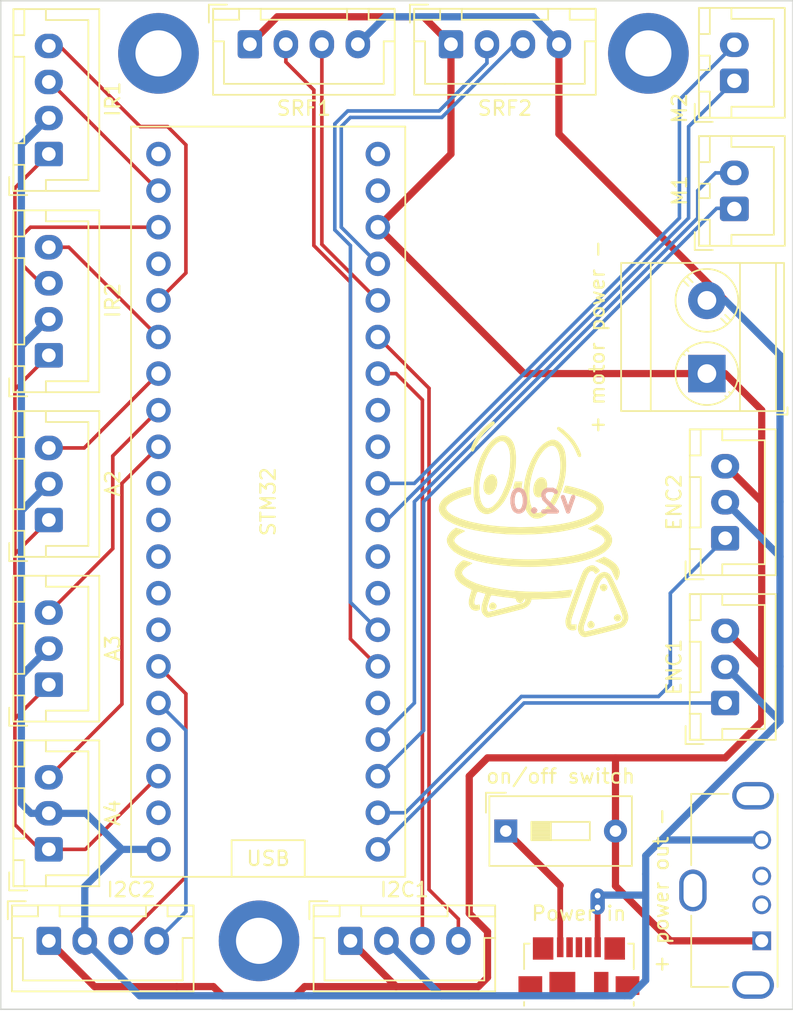
<source format=kicad_pcb>
(kicad_pcb (version 20171130) (host pcbnew 5.1.6)

  (general
    (thickness 1.6)
    (drawings 14)
    (tracks 202)
    (zones 0)
    (modules 23)
    (nets 49)
  )

  (page A4)
  (layers
    (0 F.Cu signal)
    (31 B.Cu signal)
    (32 B.Adhes user)
    (33 F.Adhes user)
    (34 B.Paste user)
    (35 F.Paste user)
    (36 B.SilkS user)
    (37 F.SilkS user)
    (38 B.Mask user)
    (39 F.Mask user)
    (40 Dwgs.User user hide)
    (41 Cmts.User user)
    (42 Eco1.User user)
    (43 Eco2.User user)
    (44 Edge.Cuts user)
    (45 Margin user)
    (46 B.CrtYd user)
    (47 F.CrtYd user)
    (48 B.Fab user hide)
    (49 F.Fab user hide)
  )

  (setup
    (last_trace_width 0.25)
    (trace_clearance 0.2)
    (zone_clearance 0.508)
    (zone_45_only no)
    (trace_min 0.2)
    (via_size 0.8)
    (via_drill 0.4)
    (via_min_size 0.4)
    (via_min_drill 0.3)
    (uvia_size 0.3)
    (uvia_drill 0.1)
    (uvias_allowed no)
    (uvia_min_size 0.2)
    (uvia_min_drill 0.1)
    (edge_width 0.05)
    (segment_width 0.2)
    (pcb_text_width 0.3)
    (pcb_text_size 1.5 1.5)
    (mod_edge_width 0.12)
    (mod_text_size 1 1)
    (mod_text_width 0.15)
    (pad_size 1.7 1.7)
    (pad_drill 1)
    (pad_to_mask_clearance 0.05)
    (aux_axis_origin 0 0)
    (visible_elements FFFFFF7F)
    (pcbplotparams
      (layerselection 0x010fc_ffffffff)
      (usegerberextensions false)
      (usegerberattributes true)
      (usegerberadvancedattributes true)
      (creategerberjobfile true)
      (excludeedgelayer true)
      (linewidth 0.100000)
      (plotframeref false)
      (viasonmask false)
      (mode 1)
      (useauxorigin false)
      (hpglpennumber 1)
      (hpglpenspeed 20)
      (hpglpendiameter 15.000000)
      (psnegative false)
      (psa4output false)
      (plotreference true)
      (plotvalue true)
      (plotinvisibletext false)
      (padsonsilk false)
      (subtractmaskfromsilk false)
      (outputformat 1)
      (mirror false)
      (drillshape 1)
      (scaleselection 1)
      (outputdirectory ""))
  )

  (net 0 "")
  (net 1 "Net-(A2-Pad3)")
  (net 2 "Net-(A2-Pad2)")
  (net 3 "Net-(A2-Pad1)")
  (net 4 "Net-(A3-Pad3)")
  (net 5 "Net-(A4-Pad3)")
  (net 6 "Net-(ENC1-Pad3)")
  (net 7 "Net-(ENC1-Pad1)")
  (net 8 "Net-(I2C2-Pad4)")
  (net 9 "Net-(I2C2-Pad3)")
  (net 10 "Net-(IR1-Pad4)")
  (net 11 "Net-(IR1-Pad3)")
  (net 12 "Net-(IR2-Pad4)")
  (net 13 "Net-(IR2-Pad3)")
  (net 14 "Net-(J8-Pad19)")
  (net 15 "Net-(J8-Pad17)")
  (net 16 "Net-(J8-Pad14)")
  (net 17 "Net-(J8-Pad13)")
  (net 18 "Net-(J8-Pad12)")
  (net 19 "Net-(J8-Pad11)")
  (net 20 "Net-(J8-Pad10)")
  (net 21 "Net-(J8-Pad4)")
  (net 22 "Net-(J8-Pad1)")
  (net 23 "Net-(J11-Pad20)")
  (net 24 "Net-(J11-Pad19)")
  (net 25 "Net-(J11-Pad17)")
  (net 26 "Net-(J11-Pad16)")
  (net 27 "Net-(J11-Pad13)")
  (net 28 "Net-(J11-Pad12)")
  (net 29 "Net-(J11-Pad11)")
  (net 30 "Net-(J11-Pad10)")
  (net 31 "Net-(J11-Pad7)")
  (net 32 "Net-(J11-Pad6)")
  (net 33 "Net-(J11-Pad5)")
  (net 34 "Net-(J11-Pad4)")
  (net 35 "Net-(J11-Pad3)")
  (net 36 "Net-(Power_in1-Pad6)")
  (net 37 "Net-(Power_in1-Pad4)")
  (net 38 "Net-(Power_in1-Pad3)")
  (net 39 "Net-(Power_in1-Pad2)")
  (net 40 "Net-(Power_in1-Pad1)")
  (net 41 "Net-(Power_out1-Pad5)")
  (net 42 "Net-(Power_out1-Pad3)")
  (net 43 "Net-(Power_out1-Pad2)")
  (net 44 "Net-(ENC2-Pad1)")
  (net 45 "Net-(J11-Pad9)")
  (net 46 "Net-(J11-Pad8)")
  (net 47 "Net-(I2C1-Pad4)")
  (net 48 "Net-(I2C1-Pad3)")

  (net_class Default "This is the default net class."
    (clearance 0.2)
    (trace_width 0.25)
    (via_dia 0.8)
    (via_drill 0.4)
    (uvia_dia 0.3)
    (uvia_drill 0.1)
    (add_net "Net-(A2-Pad1)")
    (add_net "Net-(A2-Pad2)")
    (add_net "Net-(A2-Pad3)")
    (add_net "Net-(A3-Pad3)")
    (add_net "Net-(A4-Pad3)")
    (add_net "Net-(ENC1-Pad1)")
    (add_net "Net-(ENC1-Pad3)")
    (add_net "Net-(ENC2-Pad1)")
    (add_net "Net-(I2C1-Pad3)")
    (add_net "Net-(I2C1-Pad4)")
    (add_net "Net-(I2C2-Pad3)")
    (add_net "Net-(I2C2-Pad4)")
    (add_net "Net-(IR1-Pad3)")
    (add_net "Net-(IR1-Pad4)")
    (add_net "Net-(IR2-Pad3)")
    (add_net "Net-(IR2-Pad4)")
    (add_net "Net-(J11-Pad10)")
    (add_net "Net-(J11-Pad11)")
    (add_net "Net-(J11-Pad12)")
    (add_net "Net-(J11-Pad13)")
    (add_net "Net-(J11-Pad16)")
    (add_net "Net-(J11-Pad17)")
    (add_net "Net-(J11-Pad19)")
    (add_net "Net-(J11-Pad20)")
    (add_net "Net-(J11-Pad3)")
    (add_net "Net-(J11-Pad4)")
    (add_net "Net-(J11-Pad5)")
    (add_net "Net-(J11-Pad6)")
    (add_net "Net-(J11-Pad7)")
    (add_net "Net-(J11-Pad8)")
    (add_net "Net-(J11-Pad9)")
    (add_net "Net-(J8-Pad1)")
    (add_net "Net-(J8-Pad10)")
    (add_net "Net-(J8-Pad11)")
    (add_net "Net-(J8-Pad12)")
    (add_net "Net-(J8-Pad13)")
    (add_net "Net-(J8-Pad14)")
    (add_net "Net-(J8-Pad17)")
    (add_net "Net-(J8-Pad19)")
    (add_net "Net-(J8-Pad4)")
    (add_net "Net-(Power_in1-Pad1)")
    (add_net "Net-(Power_in1-Pad2)")
    (add_net "Net-(Power_in1-Pad3)")
    (add_net "Net-(Power_in1-Pad4)")
    (add_net "Net-(Power_in1-Pad6)")
    (add_net "Net-(Power_out1-Pad2)")
    (add_net "Net-(Power_out1-Pad3)")
    (add_net "Net-(Power_out1-Pad5)")
  )

  (module TerminalBlock_Phoenix:TerminalBlock_Phoenix_MKDS-3-2-5.08_1x02_P5.08mm_Horizontal (layer F.Cu) (tedit 5B294F11) (tstamp 5F7331A0)
    (at 99.06 55.88 90)
    (descr "Terminal Block Phoenix MKDS-3-2-5.08, 2 pins, pitch 5.08mm, size 10.2x11.2mm^2, drill diamater 1.3mm, pad diameter 2.6mm, see http://www.farnell.com/datasheets/2138224.pdf, script-generated using https://github.com/pointhi/kicad-footprint-generator/scripts/TerminalBlock_Phoenix")
    (tags "THT Terminal Block Phoenix MKDS-3-2-5.08 pitch 5.08mm size 10.2x11.2mm^2 drill 1.3mm pad 2.6mm")
    (path /5F7414E9)
    (fp_text reference M_power1 (at 2.54 -6.96 90) (layer F.Fab)
      (effects (font (size 1 1) (thickness 0.15)))
    )
    (fp_text value "+ motor power -" (at 2.54 -7.62 90) (layer F.SilkS)
      (effects (font (size 1 1) (thickness 0.15)))
    )
    (fp_text user %R (at 2.54 3.1 90) (layer F.Fab)
      (effects (font (size 1 1) (thickness 0.15)))
    )
    (fp_circle (center 0 0) (end 2 0) (layer F.Fab) (width 0.1))
    (fp_circle (center 0 0) (end 2.18 0) (layer F.SilkS) (width 0.12))
    (fp_circle (center 5.08 0) (end 7.08 0) (layer F.Fab) (width 0.1))
    (fp_circle (center 5.08 0) (end 7.26 0) (layer F.SilkS) (width 0.12))
    (fp_line (start -2.54 -5.9) (end 7.62 -5.9) (layer F.Fab) (width 0.1))
    (fp_line (start 7.62 -5.9) (end 7.62 5.3) (layer F.Fab) (width 0.1))
    (fp_line (start 7.62 5.3) (end -2.04 5.3) (layer F.Fab) (width 0.1))
    (fp_line (start -2.04 5.3) (end -2.54 4.8) (layer F.Fab) (width 0.1))
    (fp_line (start -2.54 4.8) (end -2.54 -5.9) (layer F.Fab) (width 0.1))
    (fp_line (start -2.54 4.8) (end 7.62 4.8) (layer F.Fab) (width 0.1))
    (fp_line (start -2.6 4.8) (end 7.68 4.8) (layer F.SilkS) (width 0.12))
    (fp_line (start -2.54 2.3) (end 7.62 2.3) (layer F.Fab) (width 0.1))
    (fp_line (start -2.6 2.3) (end 7.68 2.3) (layer F.SilkS) (width 0.12))
    (fp_line (start -2.54 -3.9) (end 7.62 -3.9) (layer F.Fab) (width 0.1))
    (fp_line (start -2.6 -3.9) (end 7.68 -3.9) (layer F.SilkS) (width 0.12))
    (fp_line (start -2.6 -5.96) (end 7.68 -5.96) (layer F.SilkS) (width 0.12))
    (fp_line (start -2.6 5.36) (end 7.68 5.36) (layer F.SilkS) (width 0.12))
    (fp_line (start -2.6 -5.96) (end -2.6 5.36) (layer F.SilkS) (width 0.12))
    (fp_line (start 7.68 -5.96) (end 7.68 5.36) (layer F.SilkS) (width 0.12))
    (fp_line (start 1.517 -1.273) (end -1.273 1.517) (layer F.Fab) (width 0.1))
    (fp_line (start 1.273 -1.517) (end -1.517 1.273) (layer F.Fab) (width 0.1))
    (fp_line (start 1.654 -1.388) (end 1.547 -1.281) (layer F.SilkS) (width 0.12))
    (fp_line (start -1.282 1.547) (end -1.388 1.654) (layer F.SilkS) (width 0.12))
    (fp_line (start 1.388 -1.654) (end 1.281 -1.547) (layer F.SilkS) (width 0.12))
    (fp_line (start -1.548 1.281) (end -1.654 1.388) (layer F.SilkS) (width 0.12))
    (fp_line (start 6.597 -1.273) (end 3.808 1.517) (layer F.Fab) (width 0.1))
    (fp_line (start 6.353 -1.517) (end 3.564 1.273) (layer F.Fab) (width 0.1))
    (fp_line (start 6.734 -1.388) (end 6.339 -0.992) (layer F.SilkS) (width 0.12))
    (fp_line (start 4.073 1.274) (end 3.693 1.654) (layer F.SilkS) (width 0.12))
    (fp_line (start 6.468 -1.654) (end 6.088 -1.274) (layer F.SilkS) (width 0.12))
    (fp_line (start 3.822 0.992) (end 3.427 1.388) (layer F.SilkS) (width 0.12))
    (fp_line (start -2.84 4.86) (end -2.84 5.6) (layer F.SilkS) (width 0.12))
    (fp_line (start -2.84 5.6) (end -2.34 5.6) (layer F.SilkS) (width 0.12))
    (fp_line (start -3.04 -6.4) (end -3.04 5.8) (layer F.CrtYd) (width 0.05))
    (fp_line (start -3.04 5.8) (end 8.13 5.8) (layer F.CrtYd) (width 0.05))
    (fp_line (start 8.13 5.8) (end 8.13 -6.4) (layer F.CrtYd) (width 0.05))
    (fp_line (start 8.13 -6.4) (end -3.04 -6.4) (layer F.CrtYd) (width 0.05))
    (pad 2 thru_hole circle (at 5.08 0 90) (size 2.6 2.6) (drill 1.3) (layers *.Cu *.Mask)
      (net 2 "Net-(A2-Pad2)"))
    (pad 1 thru_hole rect (at 0 0 90) (size 2.6 2.6) (drill 1.3) (layers *.Cu *.Mask)
      (net 6 "Net-(ENC1-Pad3)"))
    (model ${KISYS3DMOD}/TerminalBlock_Phoenix.3dshapes/TerminalBlock_Phoenix_MKDS-3-2-5.08_1x02_P5.08mm_Horizontal.wrl
      (at (xyz 0 0 0))
      (scale (xyz 1 1 1))
      (rotate (xyz 0 0 0))
    )
    (model ${KIPRJMOD}/models/TerminalBlock_Phoenix_MKDS-1,5-2_1x02_P5.00mm_Horizontal.wrl
      (at (xyz 0 0 0))
      (scale (xyz 1 1 1))
      (rotate (xyz 0 0 0))
    )
  )

  (module MountingHole:MountingHole_3.2mm_M3_DIN965_Pad (layer F.Cu) (tedit 56D1B4CB) (tstamp 5F730AAD)
    (at 60.96 33.655)
    (descr "Mounting Hole 3.2mm, M3, DIN965")
    (tags "mounting hole 3.2mm m3 din965")
    (path /5F72F458)
    (attr virtual)
    (fp_text reference H2 (at 0 -3.8) (layer F.SilkS) hide
      (effects (font (size 1 1) (thickness 0.15)))
    )
    (fp_text value MountingHole (at 0 3.8) (layer F.Fab)
      (effects (font (size 1 1) (thickness 0.15)))
    )
    (fp_text user %R (at 0.3 0) (layer F.Fab)
      (effects (font (size 1 1) (thickness 0.15)))
    )
    (fp_circle (center 0 0) (end 2.8 0) (layer Cmts.User) (width 0.15))
    (fp_circle (center 0 0) (end 3.05 0) (layer F.CrtYd) (width 0.05))
    (pad 1 thru_hole circle (at 0 0) (size 5.6 5.6) (drill 3.2) (layers *.Cu *.Mask))
  )

  (module Connector_PinSocket_2.54mm:PinSocket_1x20_P2.54mm_Vertical (layer F.Cu) (tedit 5F70D490) (tstamp 5F7156EE)
    (at 76.2 88.9 180)
    (descr "Through hole straight socket strip, 1x20, 2.54mm pitch, single row (from Kicad 4.0.7), script generated")
    (tags "Through hole socket strip THT 1x20 2.54mm single row")
    (path /5F70E226)
    (fp_text reference J11 (at -3.81 0 180) (layer F.SilkS) hide
      (effects (font (size 1 1) (thickness 0.15)))
    )
    (fp_text value Conn_01x20_Female (at 0 51.03 180) (layer F.Fab)
      (effects (font (size 1 1) (thickness 0.15)))
    )
    (fp_line (start -1.27 -1.27) (end 0.635 -1.27) (layer F.Fab) (width 0.1))
    (fp_line (start 0.635 -1.27) (end 1.27 -0.635) (layer F.Fab) (width 0.1))
    (fp_line (start 1.27 -0.635) (end 1.27 49.53) (layer F.Fab) (width 0.1))
    (fp_line (start -1.27 49.53) (end -1.27 -1.27) (layer F.Fab) (width 0.1))
    (fp_line (start -1.8 -1.8) (end 1.75 -1.8) (layer F.CrtYd) (width 0.05))
    (fp_line (start 1.75 -1.8) (end 1.75 50) (layer F.CrtYd) (width 0.05))
    (fp_line (start 1.75 50) (end -1.8 50) (layer F.CrtYd) (width 0.05))
    (fp_line (start -1.8 50) (end -1.8 -1.8) (layer F.CrtYd) (width 0.05))
    (fp_text user %R (at 0 24.13 270) (layer F.Fab)
      (effects (font (size 1 1) (thickness 0.15)))
    )
    (pad 20 thru_hole oval (at 0 48.26 180) (size 1.7 1.7) (drill 1) (layers *.Cu *.Mask)
      (net 23 "Net-(J11-Pad20)"))
    (pad 19 thru_hole oval (at 0 45.72 180) (size 1.7 1.7) (drill 1) (layers *.Cu *.Mask)
      (net 24 "Net-(J11-Pad19)"))
    (pad 18 thru_hole oval (at 0 43.18 180) (size 1.7 1.7) (drill 1) (layers *.Cu *.Mask)
      (net 6 "Net-(ENC1-Pad3)"))
    (pad 17 thru_hole oval (at 0 40.64 180) (size 1.7 1.7) (drill 1) (layers *.Cu *.Mask)
      (net 25 "Net-(J11-Pad17)"))
    (pad 16 thru_hole oval (at 0 38.1 180) (size 1.7 1.7) (drill 1) (layers *.Cu *.Mask)
      (net 26 "Net-(J11-Pad16)"))
    (pad 15 thru_hole oval (at 0 35.56 180) (size 1.7 1.7) (drill 1) (layers *.Cu *.Mask)
      (net 47 "Net-(I2C1-Pad4)"))
    (pad 14 thru_hole oval (at 0 33.02 180) (size 1.7 1.7) (drill 1) (layers *.Cu *.Mask)
      (net 48 "Net-(I2C1-Pad3)"))
    (pad 13 thru_hole oval (at 0 30.48 180) (size 1.7 1.7) (drill 1) (layers *.Cu *.Mask)
      (net 27 "Net-(J11-Pad13)"))
    (pad 12 thru_hole oval (at 0 27.94 180) (size 1.7 1.7) (drill 1) (layers *.Cu *.Mask)
      (net 28 "Net-(J11-Pad12)"))
    (pad 11 thru_hole oval (at 0 25.4 180) (size 1.7 1.7) (drill 1) (layers *.Cu *.Mask)
      (net 29 "Net-(J11-Pad11)"))
    (pad 10 thru_hole oval (at 0 22.86 180) (size 1.7 1.7) (drill 1) (layers *.Cu *.Mask)
      (net 30 "Net-(J11-Pad10)"))
    (pad 9 thru_hole oval (at 0 20.32 180) (size 1.7 1.7) (drill 1) (layers *.Cu *.Mask)
      (net 45 "Net-(J11-Pad9)"))
    (pad 8 thru_hole oval (at 0 17.78 180) (size 1.7 1.7) (drill 1) (layers *.Cu *.Mask)
      (net 46 "Net-(J11-Pad8)"))
    (pad 7 thru_hole oval (at 0 15.24 180) (size 1.7 1.7) (drill 1) (layers *.Cu *.Mask)
      (net 31 "Net-(J11-Pad7)"))
    (pad 6 thru_hole oval (at 0 12.7 180) (size 1.7 1.7) (drill 1) (layers *.Cu *.Mask)
      (net 32 "Net-(J11-Pad6)"))
    (pad 5 thru_hole oval (at 0 10.16 180) (size 1.7 1.7) (drill 1) (layers *.Cu *.Mask)
      (net 33 "Net-(J11-Pad5)"))
    (pad 4 thru_hole oval (at 0 7.62 180) (size 1.7 1.7) (drill 1) (layers *.Cu *.Mask)
      (net 34 "Net-(J11-Pad4)"))
    (pad 3 thru_hole oval (at 0 5.08 180) (size 1.7 1.7) (drill 1) (layers *.Cu *.Mask)
      (net 35 "Net-(J11-Pad3)"))
    (pad 2 thru_hole oval (at 0 2.54 180) (size 1.7 1.7) (drill 1) (layers *.Cu *.Mask)
      (net 44 "Net-(ENC2-Pad1)"))
    (pad 1 thru_hole circle (at 0 0 180) (size 1.7 1.7) (drill 1) (layers *.Cu *.Mask)
      (net 7 "Net-(ENC1-Pad1)"))
    (model ${KISYS3DMOD}/Connector_PinSocket_2.54mm.3dshapes/PinSocket_1x20_P2.54mm_Vertical.wrl
      (at (xyz 0 0 0))
      (scale (xyz 1 1 1))
      (rotate (xyz 0 0 0))
    )
  )

  (module Connector_JST:JST_XH_B2B-XH-A_1x02_P2.50mm_Vertical (layer F.Cu) (tedit 5C28146C) (tstamp 5F715717)
    (at 100.965 44.45 90)
    (descr "JST XH series connector, B2B-XH-A (http://www.jst-mfg.com/product/pdf/eng/eXH.pdf), generated with kicad-footprint-generator")
    (tags "connector JST XH vertical")
    (path /5F73FE12)
    (fp_text reference M1 (at 1.27 -3.81 90) (layer F.SilkS)
      (effects (font (size 1 1) (thickness 0.15)))
    )
    (fp_text value Conn_01x02_Female (at 1.25 4.6 90) (layer F.Fab)
      (effects (font (size 1 1) (thickness 0.15)))
    )
    (fp_line (start -2.45 -2.35) (end -2.45 3.4) (layer F.Fab) (width 0.1))
    (fp_line (start -2.45 3.4) (end 4.95 3.4) (layer F.Fab) (width 0.1))
    (fp_line (start 4.95 3.4) (end 4.95 -2.35) (layer F.Fab) (width 0.1))
    (fp_line (start 4.95 -2.35) (end -2.45 -2.35) (layer F.Fab) (width 0.1))
    (fp_line (start -2.56 -2.46) (end -2.56 3.51) (layer F.SilkS) (width 0.12))
    (fp_line (start -2.56 3.51) (end 5.06 3.51) (layer F.SilkS) (width 0.12))
    (fp_line (start 5.06 3.51) (end 5.06 -2.46) (layer F.SilkS) (width 0.12))
    (fp_line (start 5.06 -2.46) (end -2.56 -2.46) (layer F.SilkS) (width 0.12))
    (fp_line (start -2.95 -2.85) (end -2.95 3.9) (layer F.CrtYd) (width 0.05))
    (fp_line (start -2.95 3.9) (end 5.45 3.9) (layer F.CrtYd) (width 0.05))
    (fp_line (start 5.45 3.9) (end 5.45 -2.85) (layer F.CrtYd) (width 0.05))
    (fp_line (start 5.45 -2.85) (end -2.95 -2.85) (layer F.CrtYd) (width 0.05))
    (fp_line (start -0.625 -2.35) (end 0 -1.35) (layer F.Fab) (width 0.1))
    (fp_line (start 0 -1.35) (end 0.625 -2.35) (layer F.Fab) (width 0.1))
    (fp_line (start 0.75 -2.45) (end 0.75 -1.7) (layer F.SilkS) (width 0.12))
    (fp_line (start 0.75 -1.7) (end 1.75 -1.7) (layer F.SilkS) (width 0.12))
    (fp_line (start 1.75 -1.7) (end 1.75 -2.45) (layer F.SilkS) (width 0.12))
    (fp_line (start 1.75 -2.45) (end 0.75 -2.45) (layer F.SilkS) (width 0.12))
    (fp_line (start -2.55 -2.45) (end -2.55 -1.7) (layer F.SilkS) (width 0.12))
    (fp_line (start -2.55 -1.7) (end -0.75 -1.7) (layer F.SilkS) (width 0.12))
    (fp_line (start -0.75 -1.7) (end -0.75 -2.45) (layer F.SilkS) (width 0.12))
    (fp_line (start -0.75 -2.45) (end -2.55 -2.45) (layer F.SilkS) (width 0.12))
    (fp_line (start 3.25 -2.45) (end 3.25 -1.7) (layer F.SilkS) (width 0.12))
    (fp_line (start 3.25 -1.7) (end 5.05 -1.7) (layer F.SilkS) (width 0.12))
    (fp_line (start 5.05 -1.7) (end 5.05 -2.45) (layer F.SilkS) (width 0.12))
    (fp_line (start 5.05 -2.45) (end 3.25 -2.45) (layer F.SilkS) (width 0.12))
    (fp_line (start -2.55 -0.2) (end -1.8 -0.2) (layer F.SilkS) (width 0.12))
    (fp_line (start -1.8 -0.2) (end -1.8 2.75) (layer F.SilkS) (width 0.12))
    (fp_line (start -1.8 2.75) (end 1.25 2.75) (layer F.SilkS) (width 0.12))
    (fp_line (start 5.05 -0.2) (end 4.3 -0.2) (layer F.SilkS) (width 0.12))
    (fp_line (start 4.3 -0.2) (end 4.3 2.75) (layer F.SilkS) (width 0.12))
    (fp_line (start 4.3 2.75) (end 1.25 2.75) (layer F.SilkS) (width 0.12))
    (fp_line (start -1.6 -2.75) (end -2.85 -2.75) (layer F.SilkS) (width 0.12))
    (fp_line (start -2.85 -2.75) (end -2.85 -1.5) (layer F.SilkS) (width 0.12))
    (fp_text user %R (at 1.25 2.7 90) (layer F.Fab)
      (effects (font (size 1 1) (thickness 0.15)))
    )
    (pad 2 thru_hole oval (at 2.5 0 90) (size 1.7 2) (drill 1) (layers *.Cu *.Mask)
      (net 34 "Net-(J11-Pad4)"))
    (pad 1 thru_hole roundrect (at 0 0 90) (size 1.7 2) (drill 1) (layers *.Cu *.Mask) (roundrect_rratio 0.147059)
      (net 35 "Net-(J11-Pad3)"))
    (model ${KISYS3DMOD}/Connector_JST.3dshapes/JST_XH_B2B-XH-A_1x02_P2.50mm_Vertical.wrl
      (at (xyz 0 0 0))
      (scale (xyz 1 1 1))
      (rotate (xyz 0 0 0))
    )
  )

  (module Connector_JST:JST_XH_B2B-XH-A_1x02_P2.50mm_Vertical (layer F.Cu) (tedit 5C28146C) (tstamp 5F715740)
    (at 100.965 35.56 90)
    (descr "JST XH series connector, B2B-XH-A (http://www.jst-mfg.com/product/pdf/eng/eXH.pdf), generated with kicad-footprint-generator")
    (tags "connector JST XH vertical")
    (path /5F73E025)
    (fp_text reference M2 (at -1.905 -3.81 90) (layer F.SilkS)
      (effects (font (size 1 1) (thickness 0.15)))
    )
    (fp_text value Conn_01x02_Female (at 1.25 4.6 90) (layer F.Fab)
      (effects (font (size 1 1) (thickness 0.15)))
    )
    (fp_line (start -2.45 -2.35) (end -2.45 3.4) (layer F.Fab) (width 0.1))
    (fp_line (start -2.45 3.4) (end 4.95 3.4) (layer F.Fab) (width 0.1))
    (fp_line (start 4.95 3.4) (end 4.95 -2.35) (layer F.Fab) (width 0.1))
    (fp_line (start 4.95 -2.35) (end -2.45 -2.35) (layer F.Fab) (width 0.1))
    (fp_line (start -2.56 -2.46) (end -2.56 3.51) (layer F.SilkS) (width 0.12))
    (fp_line (start -2.56 3.51) (end 5.06 3.51) (layer F.SilkS) (width 0.12))
    (fp_line (start 5.06 3.51) (end 5.06 -2.46) (layer F.SilkS) (width 0.12))
    (fp_line (start 5.06 -2.46) (end -2.56 -2.46) (layer F.SilkS) (width 0.12))
    (fp_line (start -2.95 -2.85) (end -2.95 3.9) (layer F.CrtYd) (width 0.05))
    (fp_line (start -2.95 3.9) (end 5.45 3.9) (layer F.CrtYd) (width 0.05))
    (fp_line (start 5.45 3.9) (end 5.45 -2.85) (layer F.CrtYd) (width 0.05))
    (fp_line (start 5.45 -2.85) (end -2.95 -2.85) (layer F.CrtYd) (width 0.05))
    (fp_line (start -0.625 -2.35) (end 0 -1.35) (layer F.Fab) (width 0.1))
    (fp_line (start 0 -1.35) (end 0.625 -2.35) (layer F.Fab) (width 0.1))
    (fp_line (start 0.75 -2.45) (end 0.75 -1.7) (layer F.SilkS) (width 0.12))
    (fp_line (start 0.75 -1.7) (end 1.75 -1.7) (layer F.SilkS) (width 0.12))
    (fp_line (start 1.75 -1.7) (end 1.75 -2.45) (layer F.SilkS) (width 0.12))
    (fp_line (start 1.75 -2.45) (end 0.75 -2.45) (layer F.SilkS) (width 0.12))
    (fp_line (start -2.55 -2.45) (end -2.55 -1.7) (layer F.SilkS) (width 0.12))
    (fp_line (start -2.55 -1.7) (end -0.75 -1.7) (layer F.SilkS) (width 0.12))
    (fp_line (start -0.75 -1.7) (end -0.75 -2.45) (layer F.SilkS) (width 0.12))
    (fp_line (start -0.75 -2.45) (end -2.55 -2.45) (layer F.SilkS) (width 0.12))
    (fp_line (start 3.25 -2.45) (end 3.25 -1.7) (layer F.SilkS) (width 0.12))
    (fp_line (start 3.25 -1.7) (end 5.05 -1.7) (layer F.SilkS) (width 0.12))
    (fp_line (start 5.05 -1.7) (end 5.05 -2.45) (layer F.SilkS) (width 0.12))
    (fp_line (start 5.05 -2.45) (end 3.25 -2.45) (layer F.SilkS) (width 0.12))
    (fp_line (start -2.55 -0.2) (end -1.8 -0.2) (layer F.SilkS) (width 0.12))
    (fp_line (start -1.8 -0.2) (end -1.8 2.75) (layer F.SilkS) (width 0.12))
    (fp_line (start -1.8 2.75) (end 1.25 2.75) (layer F.SilkS) (width 0.12))
    (fp_line (start 5.05 -0.2) (end 4.3 -0.2) (layer F.SilkS) (width 0.12))
    (fp_line (start 4.3 -0.2) (end 4.3 2.75) (layer F.SilkS) (width 0.12))
    (fp_line (start 4.3 2.75) (end 1.25 2.75) (layer F.SilkS) (width 0.12))
    (fp_line (start -1.6 -2.75) (end -2.85 -2.75) (layer F.SilkS) (width 0.12))
    (fp_line (start -2.85 -2.75) (end -2.85 -1.5) (layer F.SilkS) (width 0.12))
    (fp_text user %R (at 1.25 2.7 90) (layer F.Fab)
      (effects (font (size 1 1) (thickness 0.15)))
    )
    (pad 2 thru_hole oval (at 2.5 0 90) (size 1.7 2) (drill 1) (layers *.Cu *.Mask)
      (net 29 "Net-(J11-Pad11)"))
    (pad 1 thru_hole roundrect (at 0 0 90) (size 1.7 2) (drill 1) (layers *.Cu *.Mask) (roundrect_rratio 0.147059)
      (net 30 "Net-(J11-Pad10)"))
    (model ${KISYS3DMOD}/Connector_JST.3dshapes/JST_XH_B2B-XH-A_1x02_P2.50mm_Vertical.wrl
      (at (xyz 0 0 0))
      (scale (xyz 1 1 1))
      (rotate (xyz 0 0 0))
    )
  )

  (module Connector_JST:JST_XH_B4B-XH-A_1x04_P2.50mm_Vertical (layer F.Cu) (tedit 5C28146C) (tstamp 5F71569E)
    (at 53.34 54.61 90)
    (descr "JST XH series connector, B4B-XH-A (http://www.jst-mfg.com/product/pdf/eng/eXH.pdf), generated with kicad-footprint-generator")
    (tags "connector JST XH vertical")
    (path /5F730AC4)
    (fp_text reference IR2 (at 3.81 4.445 90) (layer F.SilkS)
      (effects (font (size 1 1) (thickness 0.15)))
    )
    (fp_text value Conn_01x04_Female (at 3.75 4.6 90) (layer F.Fab)
      (effects (font (size 1 1) (thickness 0.15)))
    )
    (fp_line (start -2.45 -2.35) (end -2.45 3.4) (layer F.Fab) (width 0.1))
    (fp_line (start -2.45 3.4) (end 9.95 3.4) (layer F.Fab) (width 0.1))
    (fp_line (start 9.95 3.4) (end 9.95 -2.35) (layer F.Fab) (width 0.1))
    (fp_line (start 9.95 -2.35) (end -2.45 -2.35) (layer F.Fab) (width 0.1))
    (fp_line (start -2.56 -2.46) (end -2.56 3.51) (layer F.SilkS) (width 0.12))
    (fp_line (start -2.56 3.51) (end 10.06 3.51) (layer F.SilkS) (width 0.12))
    (fp_line (start 10.06 3.51) (end 10.06 -2.46) (layer F.SilkS) (width 0.12))
    (fp_line (start 10.06 -2.46) (end -2.56 -2.46) (layer F.SilkS) (width 0.12))
    (fp_line (start -2.95 -2.85) (end -2.95 3.9) (layer F.CrtYd) (width 0.05))
    (fp_line (start -2.95 3.9) (end 10.45 3.9) (layer F.CrtYd) (width 0.05))
    (fp_line (start 10.45 3.9) (end 10.45 -2.85) (layer F.CrtYd) (width 0.05))
    (fp_line (start 10.45 -2.85) (end -2.95 -2.85) (layer F.CrtYd) (width 0.05))
    (fp_line (start -0.625 -2.35) (end 0 -1.35) (layer F.Fab) (width 0.1))
    (fp_line (start 0 -1.35) (end 0.625 -2.35) (layer F.Fab) (width 0.1))
    (fp_line (start 0.75 -2.45) (end 0.75 -1.7) (layer F.SilkS) (width 0.12))
    (fp_line (start 0.75 -1.7) (end 6.75 -1.7) (layer F.SilkS) (width 0.12))
    (fp_line (start 6.75 -1.7) (end 6.75 -2.45) (layer F.SilkS) (width 0.12))
    (fp_line (start 6.75 -2.45) (end 0.75 -2.45) (layer F.SilkS) (width 0.12))
    (fp_line (start -2.55 -2.45) (end -2.55 -1.7) (layer F.SilkS) (width 0.12))
    (fp_line (start -2.55 -1.7) (end -0.75 -1.7) (layer F.SilkS) (width 0.12))
    (fp_line (start -0.75 -1.7) (end -0.75 -2.45) (layer F.SilkS) (width 0.12))
    (fp_line (start -0.75 -2.45) (end -2.55 -2.45) (layer F.SilkS) (width 0.12))
    (fp_line (start 8.25 -2.45) (end 8.25 -1.7) (layer F.SilkS) (width 0.12))
    (fp_line (start 8.25 -1.7) (end 10.05 -1.7) (layer F.SilkS) (width 0.12))
    (fp_line (start 10.05 -1.7) (end 10.05 -2.45) (layer F.SilkS) (width 0.12))
    (fp_line (start 10.05 -2.45) (end 8.25 -2.45) (layer F.SilkS) (width 0.12))
    (fp_line (start -2.55 -0.2) (end -1.8 -0.2) (layer F.SilkS) (width 0.12))
    (fp_line (start -1.8 -0.2) (end -1.8 2.75) (layer F.SilkS) (width 0.12))
    (fp_line (start -1.8 2.75) (end 3.75 2.75) (layer F.SilkS) (width 0.12))
    (fp_line (start 10.05 -0.2) (end 9.3 -0.2) (layer F.SilkS) (width 0.12))
    (fp_line (start 9.3 -0.2) (end 9.3 2.75) (layer F.SilkS) (width 0.12))
    (fp_line (start 9.3 2.75) (end 3.75 2.75) (layer F.SilkS) (width 0.12))
    (fp_line (start -1.6 -2.75) (end -2.85 -2.75) (layer F.SilkS) (width 0.12))
    (fp_line (start -2.85 -2.75) (end -2.85 -1.5) (layer F.SilkS) (width 0.12))
    (fp_text user %R (at 3.75 2.7 90) (layer F.Fab)
      (effects (font (size 1 1) (thickness 0.15)))
    )
    (pad 4 thru_hole oval (at 7.5 0 90) (size 1.7 1.95) (drill 0.95) (layers *.Cu *.Mask)
      (net 12 "Net-(IR2-Pad4)"))
    (pad 3 thru_hole oval (at 5 0 90) (size 1.7 1.95) (drill 0.95) (layers *.Cu *.Mask)
      (net 13 "Net-(IR2-Pad3)"))
    (pad 2 thru_hole oval (at 2.5 0 90) (size 1.7 1.95) (drill 0.95) (layers *.Cu *.Mask)
      (net 2 "Net-(A2-Pad2)"))
    (pad 1 thru_hole roundrect (at 0 0 90) (size 1.7 1.95) (drill 0.95) (layers *.Cu *.Mask) (roundrect_rratio 0.147059)
      (net 3 "Net-(A2-Pad1)"))
    (model ${KISYS3DMOD}/Connector_JST.3dshapes/JST_XH_B4B-XH-A_1x04_P2.50mm_Vertical.wrl
      (at (xyz 0 0 0))
      (scale (xyz 1 1 1))
      (rotate (xyz 0 0 0))
    )
  )

  (module Connector_PinSocket_2.54mm:PinSocket_1x20_P2.54mm_Vertical (layer F.Cu) (tedit 5F70D498) (tstamp 5F7156C6)
    (at 60.96 40.64)
    (descr "Through hole straight socket strip, 1x20, 2.54mm pitch, single row (from Kicad 4.0.7), script generated")
    (tags "Through hole socket strip THT 1x20 2.54mm single row")
    (path /5F70C2FA)
    (fp_text reference J8 (at 0 -2.77) (layer F.SilkS) hide
      (effects (font (size 1 1) (thickness 0.15)))
    )
    (fp_text value Conn_01x20_Female (at 0 51.03) (layer F.Fab)
      (effects (font (size 1 1) (thickness 0.15)))
    )
    (fp_line (start -1.27 -1.27) (end 0.635 -1.27) (layer F.Fab) (width 0.1))
    (fp_line (start 0.635 -1.27) (end 1.27 -0.635) (layer F.Fab) (width 0.1))
    (fp_line (start 1.27 49.53) (end -1.27 49.53) (layer F.Fab) (width 0.1))
    (fp_line (start -1.27 49.53) (end -1.27 -1.27) (layer F.Fab) (width 0.1))
    (fp_line (start -1.8 -1.8) (end 1.75 -1.8) (layer F.CrtYd) (width 0.05))
    (fp_line (start 1.75 -1.8) (end 1.75 50) (layer F.CrtYd) (width 0.05))
    (fp_line (start 1.75 50) (end -1.8 50) (layer F.CrtYd) (width 0.05))
    (fp_line (start -1.8 50) (end -1.8 -1.8) (layer F.CrtYd) (width 0.05))
    (fp_text user %R (at 0 24.13 90) (layer F.Fab)
      (effects (font (size 1 1) (thickness 0.15)))
    )
    (pad 20 thru_hole oval (at 0 48.26) (size 1.7 1.7) (drill 1) (layers *.Cu *.Mask)
      (net 2 "Net-(A2-Pad2)"))
    (pad 19 thru_hole oval (at 0 45.72) (size 1.7 1.7) (drill 1) (layers *.Cu *.Mask)
      (net 14 "Net-(J8-Pad19)"))
    (pad 18 thru_hole oval (at 0 43.18) (size 1.7 1.7) (drill 1) (layers *.Cu *.Mask)
      (net 3 "Net-(A2-Pad1)"))
    (pad 17 thru_hole oval (at 0 40.64) (size 1.7 1.7) (drill 1) (layers *.Cu *.Mask)
      (net 15 "Net-(J8-Pad17)"))
    (pad 16 thru_hole oval (at 0 38.1) (size 1.7 1.7) (drill 1) (layers *.Cu *.Mask)
      (net 8 "Net-(I2C2-Pad4)"))
    (pad 15 thru_hole oval (at 0 35.56) (size 1.7 1.7) (drill 1) (layers *.Cu *.Mask)
      (net 9 "Net-(I2C2-Pad3)"))
    (pad 14 thru_hole oval (at 0 33.02) (size 1.7 1.7) (drill 1) (layers *.Cu *.Mask)
      (net 16 "Net-(J8-Pad14)"))
    (pad 13 thru_hole oval (at 0 30.48) (size 1.7 1.7) (drill 1) (layers *.Cu *.Mask)
      (net 17 "Net-(J8-Pad13)"))
    (pad 12 thru_hole oval (at 0 27.94) (size 1.7 1.7) (drill 1) (layers *.Cu *.Mask)
      (net 18 "Net-(J8-Pad12)"))
    (pad 11 thru_hole oval (at 0 25.4) (size 1.7 1.7) (drill 1) (layers *.Cu *.Mask)
      (net 19 "Net-(J8-Pad11)"))
    (pad 10 thru_hole oval (at 0 22.86) (size 1.7 1.7) (drill 1) (layers *.Cu *.Mask)
      (net 20 "Net-(J8-Pad10)"))
    (pad 9 thru_hole oval (at 0 20.32) (size 1.7 1.7) (drill 1) (layers *.Cu *.Mask)
      (net 5 "Net-(A4-Pad3)"))
    (pad 8 thru_hole oval (at 0 17.78) (size 1.7 1.7) (drill 1) (layers *.Cu *.Mask)
      (net 4 "Net-(A3-Pad3)"))
    (pad 7 thru_hole oval (at 0 15.24) (size 1.7 1.7) (drill 1) (layers *.Cu *.Mask)
      (net 1 "Net-(A2-Pad3)"))
    (pad 6 thru_hole oval (at 0 12.7) (size 1.7 1.7) (drill 1) (layers *.Cu *.Mask)
      (net 12 "Net-(IR2-Pad4)"))
    (pad 5 thru_hole oval (at 0 10.16) (size 1.7 1.7) (drill 1) (layers *.Cu *.Mask)
      (net 10 "Net-(IR1-Pad4)"))
    (pad 4 thru_hole oval (at 0 7.62) (size 1.7 1.7) (drill 1) (layers *.Cu *.Mask)
      (net 21 "Net-(J8-Pad4)"))
    (pad 3 thru_hole oval (at 0 5.08) (size 1.7 1.7) (drill 1) (layers *.Cu *.Mask)
      (net 13 "Net-(IR2-Pad3)"))
    (pad 2 thru_hole oval (at 0 2.54) (size 1.7 1.7) (drill 1) (layers *.Cu *.Mask)
      (net 11 "Net-(IR1-Pad3)"))
    (pad 1 thru_hole circle (at 0 0) (size 1.7 1.7) (drill 1) (layers *.Cu *.Mask)
      (net 22 "Net-(J8-Pad1)"))
    (model ${KISYS3DMOD}/Connector_PinSocket_2.54mm.3dshapes/PinSocket_1x20_P2.54mm_Vertical.wrl
      (at (xyz 0 0 0))
      (scale (xyz 1 1 1))
      (rotate (xyz 0 0 0))
    )
  )

  (module Connector_JST:JST_XH_B4B-XH-A_1x04_P2.50mm_Vertical (layer F.Cu) (tedit 5C28146C) (tstamp 5F7157BC)
    (at 67.31 33.02)
    (descr "JST XH series connector, B4B-XH-A (http://www.jst-mfg.com/product/pdf/eng/eXH.pdf), generated with kicad-footprint-generator")
    (tags "connector JST XH vertical")
    (path /5F7315B8)
    (fp_text reference SRF1 (at 3.75 4.445) (layer F.SilkS)
      (effects (font (size 1 1) (thickness 0.15)))
    )
    (fp_text value Conn_01x04_Female (at 3.75 4.6) (layer F.Fab)
      (effects (font (size 1 1) (thickness 0.15)))
    )
    (fp_line (start -2.45 -2.35) (end -2.45 3.4) (layer F.Fab) (width 0.1))
    (fp_line (start -2.45 3.4) (end 9.95 3.4) (layer F.Fab) (width 0.1))
    (fp_line (start 9.95 3.4) (end 9.95 -2.35) (layer F.Fab) (width 0.1))
    (fp_line (start 9.95 -2.35) (end -2.45 -2.35) (layer F.Fab) (width 0.1))
    (fp_line (start -2.56 -2.46) (end -2.56 3.51) (layer F.SilkS) (width 0.12))
    (fp_line (start -2.56 3.51) (end 10.06 3.51) (layer F.SilkS) (width 0.12))
    (fp_line (start 10.06 3.51) (end 10.06 -2.46) (layer F.SilkS) (width 0.12))
    (fp_line (start 10.06 -2.46) (end -2.56 -2.46) (layer F.SilkS) (width 0.12))
    (fp_line (start -2.95 -2.85) (end -2.95 3.9) (layer F.CrtYd) (width 0.05))
    (fp_line (start -2.95 3.9) (end 10.45 3.9) (layer F.CrtYd) (width 0.05))
    (fp_line (start 10.45 3.9) (end 10.45 -2.85) (layer F.CrtYd) (width 0.05))
    (fp_line (start 10.45 -2.85) (end -2.95 -2.85) (layer F.CrtYd) (width 0.05))
    (fp_line (start -0.625 -2.35) (end 0 -1.35) (layer F.Fab) (width 0.1))
    (fp_line (start 0 -1.35) (end 0.625 -2.35) (layer F.Fab) (width 0.1))
    (fp_line (start 0.75 -2.45) (end 0.75 -1.7) (layer F.SilkS) (width 0.12))
    (fp_line (start 0.75 -1.7) (end 6.75 -1.7) (layer F.SilkS) (width 0.12))
    (fp_line (start 6.75 -1.7) (end 6.75 -2.45) (layer F.SilkS) (width 0.12))
    (fp_line (start 6.75 -2.45) (end 0.75 -2.45) (layer F.SilkS) (width 0.12))
    (fp_line (start -2.55 -2.45) (end -2.55 -1.7) (layer F.SilkS) (width 0.12))
    (fp_line (start -2.55 -1.7) (end -0.75 -1.7) (layer F.SilkS) (width 0.12))
    (fp_line (start -0.75 -1.7) (end -0.75 -2.45) (layer F.SilkS) (width 0.12))
    (fp_line (start -0.75 -2.45) (end -2.55 -2.45) (layer F.SilkS) (width 0.12))
    (fp_line (start 8.25 -2.45) (end 8.25 -1.7) (layer F.SilkS) (width 0.12))
    (fp_line (start 8.25 -1.7) (end 10.05 -1.7) (layer F.SilkS) (width 0.12))
    (fp_line (start 10.05 -1.7) (end 10.05 -2.45) (layer F.SilkS) (width 0.12))
    (fp_line (start 10.05 -2.45) (end 8.25 -2.45) (layer F.SilkS) (width 0.12))
    (fp_line (start -2.55 -0.2) (end -1.8 -0.2) (layer F.SilkS) (width 0.12))
    (fp_line (start -1.8 -0.2) (end -1.8 2.75) (layer F.SilkS) (width 0.12))
    (fp_line (start -1.8 2.75) (end 3.75 2.75) (layer F.SilkS) (width 0.12))
    (fp_line (start 10.05 -0.2) (end 9.3 -0.2) (layer F.SilkS) (width 0.12))
    (fp_line (start 9.3 -0.2) (end 9.3 2.75) (layer F.SilkS) (width 0.12))
    (fp_line (start 9.3 2.75) (end 3.75 2.75) (layer F.SilkS) (width 0.12))
    (fp_line (start -1.6 -2.75) (end -2.85 -2.75) (layer F.SilkS) (width 0.12))
    (fp_line (start -2.85 -2.75) (end -2.85 -1.5) (layer F.SilkS) (width 0.12))
    (fp_text user %R (at 3.75 2.7) (layer F.Fab)
      (effects (font (size 1 1) (thickness 0.15)))
    )
    (pad 4 thru_hole oval (at 7.5 0) (size 1.7 1.95) (drill 0.95) (layers *.Cu *.Mask)
      (net 2 "Net-(A2-Pad2)"))
    (pad 3 thru_hole oval (at 5 0) (size 1.7 1.95) (drill 0.95) (layers *.Cu *.Mask)
      (net 26 "Net-(J11-Pad16)"))
    (pad 2 thru_hole oval (at 2.5 0) (size 1.7 1.95) (drill 0.95) (layers *.Cu *.Mask)
      (net 32 "Net-(J11-Pad6)"))
    (pad 1 thru_hole roundrect (at 0 0) (size 1.7 1.95) (drill 0.95) (layers *.Cu *.Mask) (roundrect_rratio 0.147059)
      (net 6 "Net-(ENC1-Pad3)"))
    (model ${KISYS3DMOD}/Connector_JST.3dshapes/JST_XH_B4B-XH-A_1x04_P2.50mm_Vertical.wrl
      (at (xyz 0 0 0))
      (scale (xyz 1 1 1))
      (rotate (xyz 0 0 0))
    )
  )

  (module test_pcb:zoef_component (layer F.Cu) (tedit 0) (tstamp 5F711E21)
    (at 86.995 66.675)
    (fp_text reference G*** (at 0 0) (layer F.SilkS) hide
      (effects (font (size 1.524 1.524) (thickness 0.3)))
    )
    (fp_text value LOGO (at 0.75 0) (layer F.SilkS) hide
      (effects (font (size 1.524 1.524) (thickness 0.3)))
    )
    (fp_poly (pts (xy 5.116332 3.006705) (xy 5.297995 3.122001) (xy 5.367698 3.192798) (xy 5.413885 3.264236)
      (xy 5.488604 3.402677) (xy 5.586656 3.597468) (xy 5.702843 3.837956) (xy 5.831966 4.113486)
      (xy 5.968828 4.413404) (xy 6.031265 4.552832) (xy 6.200876 4.936588) (xy 6.337006 5.252896)
      (xy 6.442199 5.510926) (xy 6.518998 5.719851) (xy 6.569947 5.888843) (xy 6.597587 6.027072)
      (xy 6.604463 6.143712) (xy 6.593117 6.247934) (xy 6.566092 6.348911) (xy 6.545309 6.406798)
      (xy 6.46727 6.556445) (xy 6.361709 6.697483) (xy 6.337217 6.722874) (xy 6.291398 6.763023)
      (xy 6.236206 6.799624) (xy 6.161991 6.835858) (xy 6.059106 6.874905) (xy 5.917901 6.919948)
      (xy 5.72873 6.974168) (xy 5.481941 7.040745) (xy 5.167889 7.122862) (xy 4.965442 7.175171)
      (xy 4.648313 7.255663) (xy 4.351394 7.328659) (xy 4.086331 7.391478) (xy 3.864773 7.441443)
      (xy 3.698365 7.475872) (xy 3.598755 7.492087) (xy 3.583949 7.493) (xy 3.408454 7.451422)
      (xy 3.306048 7.384076) (xy 3.186733 7.233072) (xy 3.1156 7.035046) (xy 3.106325 6.891266)
      (xy 3.500225 6.891266) (xy 3.51864 7.015562) (xy 3.564809 7.094921) (xy 3.607869 7.111652)
      (xy 3.661971 7.101432) (xy 3.786631 7.072818) (xy 3.970433 7.028592) (xy 4.20196 6.971536)
      (xy 4.469795 6.904432) (xy 4.741334 6.835478) (xy 5.108365 6.741633) (xy 5.402101 6.66588)
      (xy 5.631249 6.605232) (xy 5.804515 6.556702) (xy 5.930604 6.517302) (xy 6.018223 6.484043)
      (xy 6.076078 6.45394) (xy 6.112874 6.424005) (xy 6.137318 6.391249) (xy 6.158116 6.352685)
      (xy 6.160236 6.348576) (xy 6.192976 6.275979) (xy 6.212417 6.201341) (xy 6.215969 6.115889)
      (xy 6.201041 6.010853) (xy 6.165043 5.87746) (xy 6.105384 5.706938) (xy 6.019475 5.490515)
      (xy 5.904724 5.21942) (xy 5.758541 4.88488) (xy 5.666568 4.676896) (xy 5.500638 4.304)
      (xy 5.364043 4.002651) (xy 5.252398 3.76673) (xy 5.161319 3.590121) (xy 5.086424 3.466706)
      (xy 5.023328 3.390369) (xy 4.967648 3.354991) (xy 4.915001 3.354456) (xy 4.861002 3.382646)
      (xy 4.801269 3.433445) (xy 4.785943 3.447985) (xy 4.692837 3.561529) (xy 4.604789 3.707065)
      (xy 4.578706 3.76206) (xy 4.534666 3.871646) (xy 4.469084 4.043943) (xy 4.386126 4.267267)
      (xy 4.289958 4.529934) (xy 4.184745 4.820261) (xy 4.074652 5.126564) (xy 3.963846 5.437161)
      (xy 3.856491 5.740366) (xy 3.756753 6.024498) (xy 3.668797 6.277873) (xy 3.59679 6.488806)
      (xy 3.544896 6.645616) (xy 3.517282 6.736617) (xy 3.515293 6.744739) (xy 3.500225 6.891266)
      (xy 3.106325 6.891266) (xy 3.101598 6.818005) (xy 3.108019 6.764398) (xy 3.12812 6.688716)
      (xy 3.173705 6.54466) (xy 3.240837 6.343248) (xy 3.32558 6.095497) (xy 3.423997 5.812425)
      (xy 3.532154 5.505049) (xy 3.646113 5.184387) (xy 3.761939 4.861457) (xy 3.875696 4.547275)
      (xy 3.983447 4.252859) (xy 4.081257 3.989228) (xy 4.16519 3.767397) (xy 4.231309 3.598386)
      (xy 4.275679 3.493211) (xy 4.279738 3.484607) (xy 4.365959 3.345889) (xy 4.482276 3.205376)
      (xy 4.529615 3.158916) (xy 4.726394 3.02493) (xy 4.923883 2.97427) (xy 5.116332 3.006705)) (layer F.SilkS) (width 0.01))
    (fp_poly (pts (xy 4.278363 2.55847) (xy 4.399155 2.637252) (xy 4.510236 2.733131) (xy 4.588677 2.826671)
      (xy 4.612542 2.890661) (xy 4.578544 2.94407) (xy 4.495959 3.014163) (xy 4.464704 3.035248)
      (xy 4.370684 3.092012) (xy 4.321084 3.103994) (xy 4.289496 3.072804) (xy 4.275026 3.046802)
      (xy 4.185612 2.943154) (xy 4.073907 2.90052) (xy 3.982277 2.919424) (xy 3.932376 2.95283)
      (xy 3.88307 3.003009) (xy 3.831133 3.077222) (xy 3.77334 3.182731) (xy 3.706466 3.326797)
      (xy 3.627283 3.516683) (xy 3.532568 3.75965) (xy 3.419094 4.06296) (xy 3.283636 4.433875)
      (xy 3.171278 4.745215) (xy 3.022856 5.160118) (xy 2.902174 5.503062) (xy 2.806958 5.781253)
      (xy 2.734934 6.001902) (xy 2.683828 6.172214) (xy 2.651365 6.2994) (xy 2.635271 6.390665)
      (xy 2.633096 6.450978) (xy 2.645834 6.625166) (xy 2.82575 6.617151) (xy 3.005667 6.609136)
      (xy 3.005667 6.792539) (xy 2.992559 6.928819) (xy 2.950798 6.995618) (xy 2.938704 7.001637)
      (xy 2.803795 7.026322) (xy 2.645588 7.019259) (xy 2.507215 6.98412) (xy 2.464511 6.961263)
      (xy 2.335237 6.819659) (xy 2.261552 6.616707) (xy 2.243667 6.416736) (xy 2.24798 6.343714)
      (xy 2.26261 6.253308) (xy 2.29009 6.137447) (xy 2.332955 5.988062) (xy 2.393739 5.797083)
      (xy 2.474977 5.556441) (xy 2.579203 5.258065) (xy 2.708951 4.893886) (xy 2.811181 4.609726)
      (xy 2.9507 4.227088) (xy 3.082153 3.874538) (xy 3.202213 3.560522) (xy 3.307555 3.293486)
      (xy 3.394852 3.081876) (xy 3.460777 2.934138) (xy 3.499379 2.862342) (xy 3.643562 2.705166)
      (xy 3.820896 2.587073) (xy 4.007296 2.520479) (xy 4.170786 2.516219) (xy 4.278363 2.55847)) (layer F.SilkS) (width 0.01))
    (fp_poly (pts (xy -4.788621 2.17136) (xy -4.676025 2.203084) (xy -4.54085 2.246132) (xy -4.406941 2.292468)
      (xy -4.298143 2.334053) (xy -4.238301 2.362849) (xy -4.233333 2.368488) (xy -4.267473 2.399665)
      (xy -4.355208 2.454658) (xy -4.433024 2.497739) (xy -4.624408 2.616398) (xy -4.783994 2.748323)
      (xy -4.897532 2.879235) (xy -4.950776 2.994859) (xy -4.953 3.018805) (xy -4.911777 3.160717)
      (xy -4.791554 3.308065) (xy -4.597496 3.457097) (xy -4.334767 3.604064) (xy -4.008536 3.745211)
      (xy -3.894666 3.787432) (xy -3.404861 3.938119) (xy -2.845943 4.067042) (xy -2.230861 4.173288)
      (xy -1.572561 4.255945) (xy -0.88399 4.314102) (xy -0.178095 4.346845) (xy 0.532176 4.353262)
      (xy 1.233878 4.332442) (xy 1.914062 4.283471) (xy 2.385681 4.229941) (xy 2.543498 4.211271)
      (xy 2.665589 4.20116) (xy 2.730641 4.201244) (xy 2.735535 4.20309) (xy 2.731287 4.248628)
      (xy 2.703148 4.350492) (xy 2.661159 4.475333) (xy 2.569443 4.730237) (xy 2.078472 4.780764)
      (xy 1.87415 4.798406) (xy 1.609525 4.816244) (xy 1.308945 4.832912) (xy 0.996761 4.847044)
      (xy 0.732192 4.856285) (xy -0.123116 4.88128) (xy -0.150633 5.006564) (xy -0.231365 5.187586)
      (xy -0.382012 5.349297) (xy -0.588071 5.478844) (xy -0.75594 5.543042) (xy -0.886398 5.579672)
      (xy -1.072085 5.629297) (xy -1.300168 5.688719) (xy -1.557813 5.754738) (xy -1.832189 5.824157)
      (xy -2.110462 5.893778) (xy -2.379799 5.960401) (xy -2.627369 6.020829) (xy -2.840337 6.071863)
      (xy -3.005871 6.110306) (xy -3.111139 6.132958) (xy -3.141947 6.137709) (xy -3.218384 6.119168)
      (xy -3.300729 6.084175) (xy -3.393397 6.013879) (xy -3.487133 5.908798) (xy -3.501813 5.888039)
      (xy -3.574957 5.729104) (xy -3.598472 5.535946) (xy -3.596235 5.515953) (xy -3.217333 5.515953)
      (xy -3.195239 5.650991) (xy -3.135499 5.729102) (xy -3.049991 5.737909) (xy -2.992779 5.7226)
      (xy -2.864947 5.689492) (xy -2.677966 5.641518) (xy -2.443304 5.581615) (xy -2.172432 5.512716)
      (xy -1.883833 5.439533) (xy -1.586884 5.363537) (xy -1.31347 5.292038) (xy -1.075414 5.228247)
      (xy -0.88454 5.17538) (xy -0.752671 5.136649) (xy -0.692593 5.115765) (xy -0.607587 5.050259)
      (xy -0.553329 4.966907) (xy -0.541353 4.891361) (xy -0.574018 4.852058) (xy -0.634854 4.87107)
      (xy -0.695886 4.974441) (xy -0.696329 4.975499) (xy -0.762159 5.084307) (xy -0.854812 5.127701)
      (xy -0.973666 5.123528) (xy -1.074599 5.077876) (xy -1.155852 4.991084) (xy -1.185333 4.904912)
      (xy -1.190095 4.867606) (xy -1.212644 4.839254) (xy -1.265371 4.816724) (xy -1.360669 4.796882)
      (xy -1.51093 4.776593) (xy -1.728547 4.752725) (xy -1.827859 4.742437) (xy -2.057685 4.715993)
      (xy -2.296381 4.683939) (xy -2.50669 4.651448) (xy -2.589859 4.636598) (xy -2.743443 4.611738)
      (xy -2.863647 4.600713) (xy -2.927471 4.605479) (xy -2.930686 4.607603) (xy -2.966782 4.671498)
      (xy -3.016304 4.795071) (xy -3.072162 4.955857) (xy -3.127267 5.131392) (xy -3.174529 5.299209)
      (xy -3.20686 5.436844) (xy -3.217333 5.515953) (xy -3.596235 5.515953) (xy -3.571906 5.298613)
      (xy -3.494809 5.007153) (xy -3.456781 4.893313) (xy -3.315228 4.487034) (xy -3.488531 4.44278)
      (xy -3.629204 4.404918) (xy -3.75491 4.368031) (xy -3.77393 4.361971) (xy -3.836539 4.346942)
      (xy -3.8798 4.362573) (xy -3.918435 4.424423) (xy -3.967167 4.548053) (xy -3.977985 4.577622)
      (xy -4.060849 4.841755) (xy -4.095399 5.045113) (xy -4.081888 5.185368) (xy -4.020567 5.260192)
      (xy -3.911688 5.267257) (xy -3.903556 5.265453) (xy -3.805398 5.243664) (xy -3.750437 5.233322)
      (xy -3.725961 5.26779) (xy -3.70903 5.360748) (xy -3.705698 5.41224) (xy -3.708226 5.531832)
      (xy -3.735306 5.596433) (xy -3.799982 5.634931) (xy -3.807594 5.637912) (xy -3.964905 5.662671)
      (xy -4.13524 5.636737) (xy -4.275867 5.567229) (xy -4.28676 5.558059) (xy -4.415347 5.389565)
      (xy -4.475297 5.173619) (xy -4.466688 4.909423) (xy -4.389595 4.596183) (xy -4.3815 4.572)
      (xy -4.331271 4.420885) (xy -4.293945 4.302048) (xy -4.276256 4.237096) (xy -4.275666 4.232356)
      (xy -4.310924 4.201777) (xy -4.404698 4.145494) (xy -4.538995 4.074055) (xy -4.585566 4.050715)
      (xy -4.913065 3.860325) (xy -5.16585 3.652336) (xy -5.342592 3.431212) (xy -5.441962 3.201416)
      (xy -5.46263 2.967413) (xy -5.403267 2.733665) (xy -5.262544 2.504636) (xy -5.096976 2.333488)
      (xy -4.986321 2.241885) (xy -4.897395 2.178696) (xy -4.854793 2.159) (xy -4.788621 2.17136)) (layer F.SilkS) (width 0.01))
    (fp_poly (pts (xy 5.193126 2.04058) (xy 5.499191 2.22465) (xy 5.738291 2.430524) (xy 5.905517 2.652285)
      (xy 5.995962 2.884018) (xy 6.011334 3.026833) (xy 5.996142 3.143871) (xy 5.95731 3.280045)
      (xy 5.904946 3.410566) (xy 5.849161 3.510648) (xy 5.800066 3.555502) (xy 5.795495 3.556)
      (xy 5.759575 3.520445) (xy 5.702347 3.427084) (xy 5.635996 3.295871) (xy 5.633926 3.291416)
      (xy 5.563837 3.137495) (xy 5.50252 2.998188) (xy 5.466623 2.912015) (xy 5.384312 2.792558)
      (xy 5.232145 2.662033) (xy 5.022615 2.529048) (xy 4.768214 2.402212) (xy 4.661015 2.356869)
      (xy 4.30553 2.213557) (xy 4.618682 2.06088) (xy 4.931834 1.908202) (xy 5.193126 2.04058)) (layer F.SilkS) (width 0.01))
    (fp_poly (pts (xy 4.648823 -0.215214) (xy 4.976047 -0.020149) (xy 5.222898 0.190391) (xy 5.388951 0.412496)
      (xy 5.473777 0.642257) (xy 5.47695 0.875764) (xy 5.398043 1.109109) (xy 5.23663 1.338381)
      (xy 4.992282 1.559673) (xy 4.853281 1.656825) (xy 4.511999 1.843874) (xy 4.095781 2.013607)
      (xy 3.612809 2.164844) (xy 3.071263 2.296404) (xy 2.479324 2.407105) (xy 1.845171 2.495767)
      (xy 1.176985 2.561208) (xy 0.482946 2.602247) (xy -0.228764 2.617703) (xy -0.949967 2.606396)
      (xy -1.524 2.577569) (xy -2.163518 2.521277) (xy -2.786394 2.43915) (xy -3.381177 2.33375)
      (xy -3.936415 2.207644) (xy -4.440656 2.063395) (xy -4.88245 1.903568) (xy -5.210589 1.752011)
      (xy -5.481898 1.581285) (xy -5.704523 1.384221) (xy -5.870769 1.171453) (xy -5.972942 0.953615)
      (xy -6.003347 0.741343) (xy -5.995128 0.667724) (xy -5.92701 0.475355) (xy -5.803768 0.276325)
      (xy -5.646383 0.101067) (xy -5.552259 0.025411) (xy -5.374655 -0.097345) (xy -5.057994 0.003053)
      (xy -4.909316 0.05315) (xy -4.798093 0.09626) (xy -4.743753 0.124684) (xy -4.741333 0.128552)
      (xy -4.775884 0.160341) (xy -4.862391 0.209698) (xy -4.900083 0.228092) (xy -5.135911 0.357513)
      (xy -5.317966 0.496322) (xy -5.438445 0.636248) (xy -5.489548 0.769021) (xy -5.48254 0.845489)
      (xy -5.41785 0.949162) (xy -5.292376 1.071493) (xy -5.123553 1.198722) (xy -4.928811 1.317091)
      (xy -4.808927 1.377151) (xy -4.345541 1.560005) (xy -3.810631 1.718118) (xy -3.21393 1.850532)
      (xy -2.565173 1.956291) (xy -1.874092 2.034437) (xy -1.15042 2.084015) (xy -0.403891 2.104067)
      (xy 0.355763 2.093636) (xy 1.118806 2.051766) (xy 1.606767 2.007785) (xy 2.163936 1.938121)
      (xy 2.689232 1.849927) (xy 3.176277 1.745397) (xy 3.618697 1.626726) (xy 4.010113 1.496109)
      (xy 4.34415 1.355742) (xy 4.61443 1.207819) (xy 4.814577 1.054536) (xy 4.938215 0.898086)
      (xy 4.958201 0.854155) (xy 4.963366 0.726062) (xy 4.893193 0.584612) (xy 4.767791 0.45349)
      (xy 4.666776 0.384159) (xy 4.513472 0.296382) (xy 4.334049 0.203538) (xy 4.154674 0.119011)
      (xy 4.001516 0.05618) (xy 3.96875 0.044897) (xy 3.8687 0.005875) (xy 3.8148 -0.02801)
      (xy 3.811695 -0.035034) (xy 3.848177 -0.064926) (xy 3.943298 -0.118443) (xy 4.078185 -0.185154)
      (xy 4.110768 -0.20031) (xy 4.408146 -0.33712) (xy 4.648823 -0.215214)) (layer F.SilkS) (width 0.01))
    (fp_poly (pts (xy 2.407975 -2.997412) (xy 2.576156 -2.960713) (xy 2.779077 -2.910204) (xy 3.001466 -2.849965)
      (xy 3.22805 -2.784078) (xy 3.443555 -2.716621) (xy 3.632708 -2.651674) (xy 3.73187 -2.61372)
      (xy 4.124525 -2.43076) (xy 4.439179 -2.23248) (xy 4.674725 -2.020388) (xy 4.830053 -1.795988)
      (xy 4.904055 -1.560789) (xy 4.895622 -1.316295) (xy 4.831145 -1.120195) (xy 4.691052 -0.907506)
      (xy 4.472354 -0.706113) (xy 4.180535 -0.517438) (xy 3.821078 -0.342901) (xy 3.399468 -0.183924)
      (xy 2.921189 -0.041928) (xy 2.391724 0.081666) (xy 1.816557 0.185437) (xy 1.201172 0.267963)
      (xy 0.551052 0.327823) (xy -0.128318 0.363597) (xy -0.831454 0.373863) (xy -0.931333 0.373185)
      (xy -1.188796 0.370122) (xy -1.430791 0.366076) (xy -1.638716 0.361445) (xy -1.793967 0.356627)
      (xy -1.862666 0.353267) (xy -2.652311 0.285517) (xy -3.378288 0.194225) (xy -4.037872 0.080108)
      (xy -4.628337 -0.056116) (xy -5.146957 -0.21373) (xy -5.591007 -0.392018) (xy -5.957761 -0.590261)
      (xy -6.231765 -0.796122) (xy -6.423023 -1.0132) (xy -6.532759 -1.240691) (xy -6.562655 -1.473343)
      (xy -6.514395 -1.705908) (xy -6.389661 -1.933136) (xy -6.190135 -2.149778) (xy -5.917502 -2.350583)
      (xy -5.693833 -2.474114) (xy -5.490724 -2.565642) (xy -5.247686 -2.662033) (xy -4.991138 -2.754007)
      (xy -4.747497 -2.832289) (xy -4.543181 -2.887601) (xy -4.47675 -2.901515) (xy -4.318 -2.930423)
      (xy -4.318 -2.419008) (xy -4.561416 -2.352223) (xy -4.930385 -2.237771) (xy -5.260275 -2.109298)
      (xy -5.543276 -1.971492) (xy -5.771578 -1.829044) (xy -5.937372 -1.686642) (xy -6.032847 -1.548975)
      (xy -6.053666 -1.456265) (xy -6.012613 -1.31899) (xy -5.893723 -1.176697) (xy -5.703403 -1.032838)
      (xy -5.448056 -0.890868) (xy -5.134088 -0.754241) (xy -4.767905 -0.62641) (xy -4.355912 -0.510829)
      (xy -4.2545 -0.486141) (xy -3.635533 -0.359389) (xy -2.97933 -0.261449) (xy -2.295741 -0.19177)
      (xy -1.594617 -0.149801) (xy -0.885812 -0.134991) (xy -0.179177 -0.146789) (xy 0.515437 -0.184645)
      (xy 1.188178 -0.248007) (xy 1.829195 -0.336324) (xy 2.428634 -0.449045) (xy 2.976646 -0.585619)
      (xy 3.463377 -0.745496) (xy 3.878976 -0.928123) (xy 3.906741 -0.942583) (xy 4.101889 -1.064532)
      (xy 4.258636 -1.199731) (xy 4.363412 -1.334124) (xy 4.402643 -1.453651) (xy 4.402667 -1.456265)
      (xy 4.361566 -1.594587) (xy 4.242433 -1.737592) (xy 4.051519 -1.881929) (xy 3.795078 -2.024252)
      (xy 3.479361 -2.161213) (xy 3.11062 -2.289464) (xy 2.695109 -2.405657) (xy 2.575534 -2.434569)
      (xy 2.081902 -2.550119) (xy 2.145461 -2.76731) (xy 2.18612 -2.894576) (xy 2.221676 -2.98615)
      (xy 2.236927 -3.013065) (xy 2.289807 -3.016223) (xy 2.407975 -2.997412)) (layer F.SilkS) (width 0.01))
    (fp_poly (pts (xy 1.4797 -6.198863) (xy 1.679727 -6.120418) (xy 1.86711 -5.975908) (xy 2.03029 -5.77431)
      (xy 2.15771 -5.524599) (xy 2.160502 -5.517387) (xy 2.217738 -5.308457) (xy 2.257754 -5.036772)
      (xy 2.279856 -4.722613) (xy 2.283351 -4.386263) (xy 2.267544 -4.048005) (xy 2.231743 -3.72812)
      (xy 2.223481 -3.676204) (xy 2.118522 -3.180184) (xy 1.97553 -2.706543) (xy 1.799523 -2.263819)
      (xy 1.595523 -1.860548) (xy 1.368549 -1.505266) (xy 1.123622 -1.20651) (xy 0.865761 -0.972817)
      (xy 0.599987 -0.812723) (xy 0.520785 -0.780794) (xy 0.308977 -0.730483) (xy 0.104477 -0.743529)
      (xy 0.016201 -0.765573) (xy -0.132582 -0.845127) (xy -0.283596 -0.98865) (xy -0.421164 -1.177358)
      (xy -0.529612 -1.392468) (xy -0.548111 -1.44177) (xy -0.594665 -1.597594) (xy -0.62748 -1.769548)
      (xy -0.649758 -1.980133) (xy -0.6647 -2.251853) (xy -0.665211 -2.264834) (xy -0.661853 -2.451128)
      (xy -0.2734 -2.451128) (xy -0.254407 -2.09466) (xy -0.202335 -1.779819) (xy -0.118172 -1.516184)
      (xy -0.002906 -1.313337) (xy 0.134733 -1.185521) (xy 0.263824 -1.128636) (xy 0.392015 -1.128756)
      (xy 0.541029 -1.1887) (xy 0.645276 -1.251808) (xy 0.840013 -1.417929) (xy 1.035106 -1.656371)
      (xy 1.224364 -1.955041) (xy 1.401592 -2.301848) (xy 1.560599 -2.684699) (xy 1.69519 -3.091502)
      (xy 1.797305 -3.50114) (xy 1.860068 -3.887072) (xy 1.889368 -4.267415) (xy 1.886614 -4.630322)
      (xy 1.853217 -4.963948) (xy 1.790586 -5.256447) (xy 1.700133 -5.495974) (xy 1.583267 -5.670682)
      (xy 1.533576 -5.716554) (xy 1.380285 -5.789739) (xy 1.211763 -5.786555) (xy 1.032795 -5.712902)
      (xy 0.848163 -5.574678) (xy 0.662648 -5.377783) (xy 0.481035 -5.128115) (xy 0.308104 -4.831573)
      (xy 0.14864 -4.494057) (xy 0.007425 -4.121465) (xy -0.110759 -3.719697) (xy -0.12202 -3.674497)
      (xy -0.208195 -3.250627) (xy -0.258325 -2.839644) (xy -0.2734 -2.451128) (xy -0.661853 -2.451128)
      (xy -0.654206 -2.875208) (xy -0.570988 -3.468935) (xy -0.412829 -4.058135) (xy -0.177 -4.654929)
      (xy -0.082584 -4.853746) (xy 0.148552 -5.267638) (xy 0.397539 -5.611538) (xy 0.660881 -5.88198)
      (xy 0.935077 -6.075499) (xy 1.216631 -6.188628) (xy 1.278587 -6.202267) (xy 1.4797 -6.198863)) (layer F.SilkS) (width 0.01))
    (fp_poly (pts (xy -1.918331 -6.484123) (xy -1.712872 -6.385273) (xy -1.537449 -6.229468) (xy -1.401232 -6.025498)
      (xy -1.301424 -5.765711) (xy -1.235223 -5.442454) (xy -1.199831 -5.048074) (xy -1.196705 -4.974167)
      (xy -1.214762 -4.322593) (xy -1.314647 -3.672778) (xy -1.493998 -3.035472) (xy -1.750455 -2.421425)
      (xy -1.762724 -2.396614) (xy -1.880399 -2.166389) (xy -1.980721 -1.989494) (xy -2.080251 -1.841681)
      (xy -2.19555 -1.698703) (xy -2.343178 -1.536312) (xy -2.369037 -1.508883) (xy -2.619827 -1.281843)
      (xy -2.870664 -1.12843) (xy -3.115443 -1.051093) (xy -3.348056 -1.052276) (xy -3.444356 -1.07808)
      (xy -3.661367 -1.193581) (xy -3.837693 -1.373435) (xy -3.976768 -1.622428) (xy -4.082026 -1.945348)
      (xy -4.089954 -1.978181) (xy -4.12731 -2.218526) (xy -4.144382 -2.518412) (xy -4.142121 -2.85542)
      (xy -4.135039 -2.976115) (xy -3.751307 -2.976115) (xy -3.749939 -2.555883) (xy -3.729748 -2.357505)
      (xy -3.663405 -2.026093) (xy -3.569257 -1.766894) (xy -3.449479 -1.581882) (xy -3.306243 -1.473031)
      (xy -3.141725 -1.442314) (xy -2.958098 -1.491705) (xy -2.846756 -1.55575) (xy -2.617671 -1.754045)
      (xy -2.39625 -2.031138) (xy -2.186962 -2.381221) (xy -2.13852 -2.4765) (xy -1.881518 -3.08171)
      (xy -1.706838 -3.690858) (xy -1.612296 -4.313092) (xy -1.592627 -4.7625) (xy -1.603939 -5.119107)
      (xy -1.641234 -5.409035) (xy -1.707663 -5.647136) (xy -1.80638 -5.848262) (xy -1.831376 -5.886993)
      (xy -1.965838 -6.038837) (xy -2.113351 -6.111165) (xy -2.276849 -6.103685) (xy -2.459269 -6.016105)
      (xy -2.663545 -5.848132) (xy -2.712818 -5.799229) (xy -2.940677 -5.519599) (xy -3.149842 -5.172322)
      (xy -3.335628 -4.773253) (xy -3.493352 -4.338244) (xy -3.618329 -3.883149) (xy -3.705876 -3.423822)
      (xy -3.751307 -2.976115) (xy -4.135039 -2.976115) (xy -4.121482 -3.207131) (xy -4.083418 -3.551128)
      (xy -4.028882 -3.864992) (xy -4.005415 -3.96623) (xy -3.866925 -4.441098) (xy -3.701204 -4.87866)
      (xy -3.512612 -5.274317) (xy -3.30551 -5.623468) (xy -3.084258 -5.921513) (xy -2.853215 -6.16385)
      (xy -2.61674 -6.345881) (xy -2.379195 -6.463003) (xy -2.144939 -6.510617) (xy -1.918331 -6.484123)) (layer F.SilkS) (width 0.01))
    (fp_poly (pts (xy -0.777162 -3.14325) (xy -0.795037 -3.010593) (xy -0.803726 -2.898195) (xy -0.803867 -2.88925)
      (xy -0.809984 -2.839399) (xy -0.839977 -2.810859) (xy -0.912233 -2.79773) (xy -1.045133 -2.794113)
      (xy -1.100666 -2.794) (xy -1.246733 -2.797301) (xy -1.352572 -2.805986) (xy -1.396767 -2.818233)
      (xy -1.397 -2.819235) (xy -1.38606 -2.870691) (xy -1.35784 -2.976928) (xy -1.330496 -3.073235)
      (xy -1.263992 -3.302) (xy -0.750922 -3.302) (xy -0.777162 -3.14325)) (layer F.SilkS) (width 0.01))
    (fp_poly (pts (xy 1.890984 -7.045229) (xy 2.05906 -6.929003) (xy 2.090399 -6.904393) (xy 2.51442 -6.522473)
      (xy 2.859783 -6.11328) (xy 3.129021 -5.673556) (xy 3.245574 -5.417503) (xy 3.311356 -5.232749)
      (xy 3.331614 -5.109207) (xy 3.3059 -5.03642) (xy 3.233771 -5.003932) (xy 3.227894 -5.003027)
      (xy 3.146851 -5.016623) (xy 3.090575 -5.097025) (xy 3.08567 -5.10886) (xy 2.925201 -5.475382)
      (xy 2.759279 -5.780119) (xy 2.574287 -6.045562) (xy 2.387928 -6.261298) (xy 2.231422 -6.421026)
      (xy 2.069674 -6.575098) (xy 1.926244 -6.701547) (xy 1.857161 -6.756209) (xy 1.729804 -6.860363)
      (xy 1.668163 -6.94117) (xy 1.659329 -7.000412) (xy 1.694592 -7.08016) (xy 1.770652 -7.095357)
      (xy 1.890984 -7.045229)) (layer F.SilkS) (width 0.01))
    (fp_poly (pts (xy -2.708978 -7.459049) (xy -2.675328 -7.381412) (xy -2.690488 -7.309206) (xy -2.763254 -7.224745)
      (xy -2.869139 -7.140161) (xy -2.988299 -7.043039) (xy -3.140812 -6.905125) (xy -3.30305 -6.74825)
      (xy -3.395822 -6.65349) (xy -3.608745 -6.406385) (xy -3.791511 -6.137124) (xy -3.957193 -5.824171)
      (xy -4.100352 -5.49275) (xy -4.164466 -5.398182) (xy -4.24325 -5.383239) (xy -4.316728 -5.438301)
      (xy -4.342911 -5.495937) (xy -4.335442 -5.583119) (xy -4.300213 -5.702884) (xy -4.144996 -6.060419)
      (xy -3.921589 -6.425012) (xy -3.642955 -6.779589) (xy -3.322056 -7.107074) (xy -3.079487 -7.310847)
      (xy -2.908841 -7.427468) (xy -2.786219 -7.476715) (xy -2.708978 -7.459049)) (layer F.SilkS) (width 0.01))
    (fp_poly (pts (xy 4.077574 6.38005) (xy 4.142942 6.423631) (xy 4.241779 6.537068) (xy 4.265322 6.663334)
      (xy 4.211569 6.78418) (xy 4.185452 6.81175) (xy 4.069525 6.887859) (xy 3.955867 6.885154)
      (xy 3.859437 6.83281) (xy 3.78352 6.734777) (xy 3.76793 6.61056) (xy 3.809223 6.489673)
      (xy 3.903956 6.401625) (xy 3.910108 6.398578) (xy 4.004044 6.364439) (xy 4.077574 6.38005)) (layer F.SilkS) (width 0.01))
    (fp_poly (pts (xy 6.020186 5.96963) (xy 6.069396 6.023856) (xy 6.125758 6.111166) (xy 6.130706 6.17694)
      (xy 6.095131 6.252259) (xy 5.991577 6.366774) (xy 5.860932 6.40581) (xy 5.767573 6.388063)
      (xy 5.678021 6.323398) (xy 5.622637 6.24418) (xy 5.596678 6.155402) (xy 5.621702 6.075702)
      (xy 5.6593 6.020693) (xy 5.772679 5.924377) (xy 5.898549 5.907399) (xy 6.020186 5.96963)) (layer F.SilkS) (width 0.01))
    (fp_poly (pts (xy 5.033397 3.843055) (xy 5.124494 3.928266) (xy 5.156197 4.044703) (xy 5.11913 4.171434)
      (xy 5.078351 4.22535) (xy 4.957969 4.30513) (xy 4.831757 4.303688) (xy 4.71489 4.221824)
      (xy 4.701331 4.205514) (xy 4.638781 4.07299) (xy 4.65065 3.950099) (xy 4.7275 3.856393)
      (xy 4.859891 3.811424) (xy 4.892283 3.81) (xy 5.033397 3.843055)) (layer F.SilkS) (width 0.01))
    (fp_poly (pts (xy -2.640928 5.157821) (xy -2.626316 5.172649) (xy -2.551512 5.288531) (xy -2.556238 5.403307)
      (xy -2.6059 5.493913) (xy -2.692559 5.559785) (xy -2.812092 5.588993) (xy -2.928074 5.577688)
      (xy -2.995302 5.535083) (xy -3.063568 5.398385) (xy -3.04725 5.264152) (xy -3.003335 5.192485)
      (xy -2.888771 5.100344) (xy -2.762909 5.088524) (xy -2.640928 5.157821)) (layer F.SilkS) (width 0.01))
    (fp_poly (pts (xy 0.789295 -3.528187) (xy 0.898359 -3.396464) (xy 0.913751 -3.363453) (xy 0.966612 -3.135676)
      (xy 0.954755 -2.886001) (xy 0.883711 -2.639787) (xy 0.75901 -2.422397) (xy 0.691782 -2.345605)
      (xy 0.534049 -2.233307) (xy 0.370325 -2.199428) (xy 0.212121 -2.245789) (xy 0.181993 -2.264965)
      (xy 0.080449 -2.384311) (xy 0.023281 -2.555254) (xy 0.008338 -2.758656) (xy 0.033465 -2.975378)
      (xy 0.09651 -3.186284) (xy 0.195319 -3.372235) (xy 0.322028 -3.509666) (xy 0.481556 -3.589624)
      (xy 0.643836 -3.594186) (xy 0.789295 -3.528187)) (layer F.SilkS) (width 0.01))
    (fp_poly (pts (xy -2.691241 -3.750231) (xy -2.586652 -3.629807) (xy -2.519028 -3.451951) (xy -2.497666 -3.247401)
      (xy -2.522536 -3.018835) (xy -2.590671 -2.810984) (xy -2.692359 -2.633868) (xy -2.817888 -2.497509)
      (xy -2.957548 -2.411927) (xy -3.101626 -2.387144) (xy -3.240411 -2.43318) (xy -3.267853 -2.452687)
      (xy -3.385458 -2.595684) (xy -3.449165 -2.784091) (xy -3.460967 -2.999724) (xy -3.422857 -3.224396)
      (xy -3.336828 -3.439922) (xy -3.204873 -3.628114) (xy -3.131275 -3.698842) (xy -2.973105 -3.791554)
      (xy -2.823243 -3.806415) (xy -2.691241 -3.750231)) (layer F.SilkS) (width 0.01))
  )

  (module MountingHole:MountingHole_3.2mm_M3_DIN965_Pad (layer F.Cu) (tedit 56D1B4CB) (tstamp 5F71A29B)
    (at 94.996 33.655)
    (descr "Mounting Hole 3.2mm, M3, DIN965")
    (tags "mounting hole 3.2mm m3 din965")
    (path /5F88DFB7)
    (attr virtual)
    (fp_text reference H3 (at 0 4.445) (layer F.SilkS) hide
      (effects (font (size 1 1) (thickness 0.15)))
    )
    (fp_text value MountingHole (at 0 3.8) (layer F.Fab)
      (effects (font (size 1 1) (thickness 0.15)))
    )
    (fp_text user %R (at 0.3 0) (layer F.Fab)
      (effects (font (size 1 1) (thickness 0.15)))
    )
    (fp_circle (center 0 0) (end 2.8 0) (layer Cmts.User) (width 0.15))
    (fp_circle (center 0 0) (end 3.05 0) (layer F.CrtYd) (width 0.05))
    (pad 1 thru_hole circle (at 0 0) (size 5.6 5.6) (drill 3.2) (layers *.Cu *.Mask))
  )

  (module MountingHole:MountingHole_3.2mm_M3_DIN965_Pad (layer F.Cu) (tedit 56D1B4CB) (tstamp 5F71A28B)
    (at 67.945 95.25)
    (descr "Mounting Hole 3.2mm, M3, DIN965")
    (tags "mounting hole 3.2mm m3 din965")
    (path /5F88C57C)
    (attr virtual)
    (fp_text reference H1 (at 0 -3.81) (layer F.SilkS) hide
      (effects (font (size 1 1) (thickness 0.15)))
    )
    (fp_text value MountingHole (at 0 3.8) (layer F.Fab)
      (effects (font (size 1 1) (thickness 0.15)))
    )
    (fp_text user %R (at 0.3 0) (layer F.Fab)
      (effects (font (size 1 1) (thickness 0.15)))
    )
    (fp_circle (center 0 0) (end 3.05 0) (layer F.CrtYd) (width 0.05))
    (fp_circle (center 0 0) (end 2.8 0) (layer Cmts.User) (width 0.15))
    (pad 1 thru_hole circle (at 0 0) (size 5.6 5.6) (drill 3.2) (layers *.Cu *.Mask))
  )

  (module Connector_JST:JST_XH_B3B-XH-A_1x03_P2.50mm_Vertical (layer F.Cu) (tedit 5C28146C) (tstamp 5F71559D)
    (at 100.33 78.74 90)
    (descr "JST XH series connector, B3B-XH-A (http://www.jst-mfg.com/product/pdf/eng/eXH.pdf), generated with kicad-footprint-generator")
    (tags "connector JST XH vertical")
    (path /5F732686)
    (fp_text reference ENC1 (at 2.5 -3.55 90) (layer F.SilkS)
      (effects (font (size 1 1) (thickness 0.15)))
    )
    (fp_text value Conn_01x03_Female (at 2.5 4.6 90) (layer F.Fab)
      (effects (font (size 1 1) (thickness 0.15)))
    )
    (fp_line (start -2.45 -2.35) (end -2.45 3.4) (layer F.Fab) (width 0.1))
    (fp_line (start -2.45 3.4) (end 7.45 3.4) (layer F.Fab) (width 0.1))
    (fp_line (start 7.45 3.4) (end 7.45 -2.35) (layer F.Fab) (width 0.1))
    (fp_line (start 7.45 -2.35) (end -2.45 -2.35) (layer F.Fab) (width 0.1))
    (fp_line (start -2.56 -2.46) (end -2.56 3.51) (layer F.SilkS) (width 0.12))
    (fp_line (start -2.56 3.51) (end 7.56 3.51) (layer F.SilkS) (width 0.12))
    (fp_line (start 7.56 3.51) (end 7.56 -2.46) (layer F.SilkS) (width 0.12))
    (fp_line (start 7.56 -2.46) (end -2.56 -2.46) (layer F.SilkS) (width 0.12))
    (fp_line (start -2.95 -2.85) (end -2.95 3.9) (layer F.CrtYd) (width 0.05))
    (fp_line (start -2.95 3.9) (end 7.95 3.9) (layer F.CrtYd) (width 0.05))
    (fp_line (start 7.95 3.9) (end 7.95 -2.85) (layer F.CrtYd) (width 0.05))
    (fp_line (start 7.95 -2.85) (end -2.95 -2.85) (layer F.CrtYd) (width 0.05))
    (fp_line (start -0.625 -2.35) (end 0 -1.35) (layer F.Fab) (width 0.1))
    (fp_line (start 0 -1.35) (end 0.625 -2.35) (layer F.Fab) (width 0.1))
    (fp_line (start 0.75 -2.45) (end 0.75 -1.7) (layer F.SilkS) (width 0.12))
    (fp_line (start 0.75 -1.7) (end 4.25 -1.7) (layer F.SilkS) (width 0.12))
    (fp_line (start 4.25 -1.7) (end 4.25 -2.45) (layer F.SilkS) (width 0.12))
    (fp_line (start 4.25 -2.45) (end 0.75 -2.45) (layer F.SilkS) (width 0.12))
    (fp_line (start -2.55 -2.45) (end -2.55 -1.7) (layer F.SilkS) (width 0.12))
    (fp_line (start -2.55 -1.7) (end -0.75 -1.7) (layer F.SilkS) (width 0.12))
    (fp_line (start -0.75 -1.7) (end -0.75 -2.45) (layer F.SilkS) (width 0.12))
    (fp_line (start -0.75 -2.45) (end -2.55 -2.45) (layer F.SilkS) (width 0.12))
    (fp_line (start 5.75 -2.45) (end 5.75 -1.7) (layer F.SilkS) (width 0.12))
    (fp_line (start 5.75 -1.7) (end 7.55 -1.7) (layer F.SilkS) (width 0.12))
    (fp_line (start 7.55 -1.7) (end 7.55 -2.45) (layer F.SilkS) (width 0.12))
    (fp_line (start 7.55 -2.45) (end 5.75 -2.45) (layer F.SilkS) (width 0.12))
    (fp_line (start -2.55 -0.2) (end -1.8 -0.2) (layer F.SilkS) (width 0.12))
    (fp_line (start -1.8 -0.2) (end -1.8 2.75) (layer F.SilkS) (width 0.12))
    (fp_line (start -1.8 2.75) (end 2.5 2.75) (layer F.SilkS) (width 0.12))
    (fp_line (start 7.55 -0.2) (end 6.8 -0.2) (layer F.SilkS) (width 0.12))
    (fp_line (start 6.8 -0.2) (end 6.8 2.75) (layer F.SilkS) (width 0.12))
    (fp_line (start 6.8 2.75) (end 2.5 2.75) (layer F.SilkS) (width 0.12))
    (fp_line (start -1.6 -2.75) (end -2.85 -2.75) (layer F.SilkS) (width 0.12))
    (fp_line (start -2.85 -2.75) (end -2.85 -1.5) (layer F.SilkS) (width 0.12))
    (fp_text user %R (at 2.5 2.7 90) (layer F.Fab)
      (effects (font (size 1 1) (thickness 0.15)))
    )
    (pad 3 thru_hole oval (at 5 0 90) (size 1.7 1.95) (drill 0.95) (layers *.Cu *.Mask)
      (net 6 "Net-(ENC1-Pad3)"))
    (pad 2 thru_hole oval (at 2.5 0 90) (size 1.7 1.95) (drill 0.95) (layers *.Cu *.Mask)
      (net 2 "Net-(A2-Pad2)"))
    (pad 1 thru_hole roundrect (at 0 0 90) (size 1.7 1.95) (drill 0.95) (layers *.Cu *.Mask) (roundrect_rratio 0.147059)
      (net 7 "Net-(ENC1-Pad1)"))
    (model ${KISYS3DMOD}/Connector_JST.3dshapes/JST_XH_B3B-XH-A_1x03_P2.50mm_Vertical.wrl
      (at (xyz 0 0 0))
      (scale (xyz 1 1 1))
      (rotate (xyz 0 0 0))
    )
  )

  (module Connector_JST:JST_XH_B4B-XH-A_1x04_P2.50mm_Vertical (layer F.Cu) (tedit 5C28146C) (tstamp 5F715673)
    (at 53.34 40.64 90)
    (descr "JST XH series connector, B4B-XH-A (http://www.jst-mfg.com/product/pdf/eng/eXH.pdf), generated with kicad-footprint-generator")
    (tags "connector JST XH vertical")
    (path /5F73104A)
    (fp_text reference IR1 (at 3.81 4.445 90) (layer F.SilkS)
      (effects (font (size 1 1) (thickness 0.15)))
    )
    (fp_text value Conn_01x04_Female (at 3.75 4.6 90) (layer F.Fab)
      (effects (font (size 1 1) (thickness 0.15)))
    )
    (fp_line (start -2.45 -2.35) (end -2.45 3.4) (layer F.Fab) (width 0.1))
    (fp_line (start -2.45 3.4) (end 9.95 3.4) (layer F.Fab) (width 0.1))
    (fp_line (start 9.95 3.4) (end 9.95 -2.35) (layer F.Fab) (width 0.1))
    (fp_line (start 9.95 -2.35) (end -2.45 -2.35) (layer F.Fab) (width 0.1))
    (fp_line (start -2.56 -2.46) (end -2.56 3.51) (layer F.SilkS) (width 0.12))
    (fp_line (start -2.56 3.51) (end 10.06 3.51) (layer F.SilkS) (width 0.12))
    (fp_line (start 10.06 3.51) (end 10.06 -2.46) (layer F.SilkS) (width 0.12))
    (fp_line (start 10.06 -2.46) (end -2.56 -2.46) (layer F.SilkS) (width 0.12))
    (fp_line (start -2.95 -2.85) (end -2.95 3.9) (layer F.CrtYd) (width 0.05))
    (fp_line (start -2.95 3.9) (end 10.45 3.9) (layer F.CrtYd) (width 0.05))
    (fp_line (start 10.45 3.9) (end 10.45 -2.85) (layer F.CrtYd) (width 0.05))
    (fp_line (start 10.45 -2.85) (end -2.95 -2.85) (layer F.CrtYd) (width 0.05))
    (fp_line (start -0.625 -2.35) (end 0 -1.35) (layer F.Fab) (width 0.1))
    (fp_line (start 0 -1.35) (end 0.625 -2.35) (layer F.Fab) (width 0.1))
    (fp_line (start 0.75 -2.45) (end 0.75 -1.7) (layer F.SilkS) (width 0.12))
    (fp_line (start 0.75 -1.7) (end 6.75 -1.7) (layer F.SilkS) (width 0.12))
    (fp_line (start 6.75 -1.7) (end 6.75 -2.45) (layer F.SilkS) (width 0.12))
    (fp_line (start 6.75 -2.45) (end 0.75 -2.45) (layer F.SilkS) (width 0.12))
    (fp_line (start -2.55 -2.45) (end -2.55 -1.7) (layer F.SilkS) (width 0.12))
    (fp_line (start -2.55 -1.7) (end -0.75 -1.7) (layer F.SilkS) (width 0.12))
    (fp_line (start -0.75 -1.7) (end -0.75 -2.45) (layer F.SilkS) (width 0.12))
    (fp_line (start -0.75 -2.45) (end -2.55 -2.45) (layer F.SilkS) (width 0.12))
    (fp_line (start 8.25 -2.45) (end 8.25 -1.7) (layer F.SilkS) (width 0.12))
    (fp_line (start 8.25 -1.7) (end 10.05 -1.7) (layer F.SilkS) (width 0.12))
    (fp_line (start 10.05 -1.7) (end 10.05 -2.45) (layer F.SilkS) (width 0.12))
    (fp_line (start 10.05 -2.45) (end 8.25 -2.45) (layer F.SilkS) (width 0.12))
    (fp_line (start -2.55 -0.2) (end -1.8 -0.2) (layer F.SilkS) (width 0.12))
    (fp_line (start -1.8 -0.2) (end -1.8 2.75) (layer F.SilkS) (width 0.12))
    (fp_line (start -1.8 2.75) (end 3.75 2.75) (layer F.SilkS) (width 0.12))
    (fp_line (start 10.05 -0.2) (end 9.3 -0.2) (layer F.SilkS) (width 0.12))
    (fp_line (start 9.3 -0.2) (end 9.3 2.75) (layer F.SilkS) (width 0.12))
    (fp_line (start 9.3 2.75) (end 3.75 2.75) (layer F.SilkS) (width 0.12))
    (fp_line (start -1.6 -2.75) (end -2.85 -2.75) (layer F.SilkS) (width 0.12))
    (fp_line (start -2.85 -2.75) (end -2.85 -1.5) (layer F.SilkS) (width 0.12))
    (fp_text user %R (at 3.75 2.7 90) (layer F.Fab)
      (effects (font (size 1 1) (thickness 0.15)))
    )
    (pad 4 thru_hole oval (at 7.5 0 90) (size 1.7 1.95) (drill 0.95) (layers *.Cu *.Mask)
      (net 10 "Net-(IR1-Pad4)"))
    (pad 3 thru_hole oval (at 5 0 90) (size 1.7 1.95) (drill 0.95) (layers *.Cu *.Mask)
      (net 11 "Net-(IR1-Pad3)"))
    (pad 2 thru_hole oval (at 2.5 0 90) (size 1.7 1.95) (drill 0.95) (layers *.Cu *.Mask)
      (net 2 "Net-(A2-Pad2)"))
    (pad 1 thru_hole roundrect (at 0 0 90) (size 1.7 1.95) (drill 0.95) (layers *.Cu *.Mask) (roundrect_rratio 0.147059)
      (net 3 "Net-(A2-Pad1)"))
    (model ${KISYS3DMOD}/Connector_JST.3dshapes/JST_XH_B4B-XH-A_1x04_P2.50mm_Vertical.wrl
      (at (xyz 0 0 0))
      (scale (xyz 1 1 1))
      (rotate (xyz 0 0 0))
    )
  )

  (module Button_Switch_THT:SW_DIP_SPSTx01_Slide_9.78x4.72mm_W7.62mm_P2.54mm (layer F.Cu) (tedit 5A4E1404) (tstamp 5F71581E)
    (at 85.09 87.63)
    (descr "1x-dip-switch SPST , Slide, row spacing 7.62 mm (300 mils), body size 9.78x4.72mm (see e.g. https://www.ctscorp.com/wp-content/uploads/206-208.pdf)")
    (tags "DIP Switch SPST Slide 7.62mm 300mil")
    (path /5F7085D4)
    (fp_text reference SW1 (at 3.81 -3.42) (layer F.Fab)
      (effects (font (size 1 1) (thickness 0.15)))
    )
    (fp_text value "on/off switch" (at 3.81 -3.81) (layer F.SilkS)
      (effects (font (size 1 1) (thickness 0.15)))
    )
    (fp_text user %R (at 7.27 0 90) (layer F.Fab)
      (effects (font (size 0.6 0.6) (thickness 0.09)))
    )
    (fp_text user on (at 5.365 -1.4975) (layer F.Fab)
      (effects (font (size 0.6 0.6) (thickness 0.09)))
    )
    (fp_line (start 8.95 -2.7) (end -1.35 -2.7) (layer F.CrtYd) (width 0.05))
    (fp_line (start 8.95 2.7) (end 8.95 -2.7) (layer F.CrtYd) (width 0.05))
    (fp_line (start -1.35 2.7) (end 8.95 2.7) (layer F.CrtYd) (width 0.05))
    (fp_line (start -1.35 -2.7) (end -1.35 2.7) (layer F.CrtYd) (width 0.05))
    (fp_line (start 3.133333 -0.635) (end 3.133333 0.635) (layer F.SilkS) (width 0.12))
    (fp_line (start 1.78 0.565) (end 3.133333 0.565) (layer F.SilkS) (width 0.12))
    (fp_line (start 1.78 0.445) (end 3.133333 0.445) (layer F.SilkS) (width 0.12))
    (fp_line (start 1.78 0.325) (end 3.133333 0.325) (layer F.SilkS) (width 0.12))
    (fp_line (start 1.78 0.205) (end 3.133333 0.205) (layer F.SilkS) (width 0.12))
    (fp_line (start 1.78 0.085) (end 3.133333 0.085) (layer F.SilkS) (width 0.12))
    (fp_line (start 1.78 -0.035) (end 3.133333 -0.035) (layer F.SilkS) (width 0.12))
    (fp_line (start 1.78 -0.155) (end 3.133333 -0.155) (layer F.SilkS) (width 0.12))
    (fp_line (start 1.78 -0.275) (end 3.133333 -0.275) (layer F.SilkS) (width 0.12))
    (fp_line (start 1.78 -0.395) (end 3.133333 -0.395) (layer F.SilkS) (width 0.12))
    (fp_line (start 1.78 -0.515) (end 3.133333 -0.515) (layer F.SilkS) (width 0.12))
    (fp_line (start 5.84 -0.635) (end 1.78 -0.635) (layer F.SilkS) (width 0.12))
    (fp_line (start 5.84 0.635) (end 5.84 -0.635) (layer F.SilkS) (width 0.12))
    (fp_line (start 1.78 0.635) (end 5.84 0.635) (layer F.SilkS) (width 0.12))
    (fp_line (start 1.78 -0.635) (end 1.78 0.635) (layer F.SilkS) (width 0.12))
    (fp_line (start -1.38 -2.66) (end -1.38 -1.277) (layer F.SilkS) (width 0.12))
    (fp_line (start -1.38 -2.66) (end 0.004 -2.66) (layer F.SilkS) (width 0.12))
    (fp_line (start 8.76 -2.42) (end 8.76 2.42) (layer F.SilkS) (width 0.12))
    (fp_line (start -1.14 -2.42) (end -1.14 2.42) (layer F.SilkS) (width 0.12))
    (fp_line (start -1.14 2.42) (end 8.76 2.42) (layer F.SilkS) (width 0.12))
    (fp_line (start -1.14 -2.42) (end 8.76 -2.42) (layer F.SilkS) (width 0.12))
    (fp_line (start 3.133333 -0.635) (end 3.133333 0.635) (layer F.Fab) (width 0.1))
    (fp_line (start 1.78 0.565) (end 3.133333 0.565) (layer F.Fab) (width 0.1))
    (fp_line (start 1.78 0.465) (end 3.133333 0.465) (layer F.Fab) (width 0.1))
    (fp_line (start 1.78 0.365) (end 3.133333 0.365) (layer F.Fab) (width 0.1))
    (fp_line (start 1.78 0.265) (end 3.133333 0.265) (layer F.Fab) (width 0.1))
    (fp_line (start 1.78 0.165) (end 3.133333 0.165) (layer F.Fab) (width 0.1))
    (fp_line (start 1.78 0.065) (end 3.133333 0.065) (layer F.Fab) (width 0.1))
    (fp_line (start 1.78 -0.035) (end 3.133333 -0.035) (layer F.Fab) (width 0.1))
    (fp_line (start 1.78 -0.135) (end 3.133333 -0.135) (layer F.Fab) (width 0.1))
    (fp_line (start 1.78 -0.235) (end 3.133333 -0.235) (layer F.Fab) (width 0.1))
    (fp_line (start 1.78 -0.335) (end 3.133333 -0.335) (layer F.Fab) (width 0.1))
    (fp_line (start 1.78 -0.435) (end 3.133333 -0.435) (layer F.Fab) (width 0.1))
    (fp_line (start 1.78 -0.535) (end 3.133333 -0.535) (layer F.Fab) (width 0.1))
    (fp_line (start 5.84 -0.635) (end 1.78 -0.635) (layer F.Fab) (width 0.1))
    (fp_line (start 5.84 0.635) (end 5.84 -0.635) (layer F.Fab) (width 0.1))
    (fp_line (start 1.78 0.635) (end 5.84 0.635) (layer F.Fab) (width 0.1))
    (fp_line (start 1.78 -0.635) (end 1.78 0.635) (layer F.Fab) (width 0.1))
    (fp_line (start -1.08 -1.36) (end -0.08 -2.36) (layer F.Fab) (width 0.1))
    (fp_line (start -1.08 2.36) (end -1.08 -1.36) (layer F.Fab) (width 0.1))
    (fp_line (start 8.7 2.36) (end -1.08 2.36) (layer F.Fab) (width 0.1))
    (fp_line (start 8.7 -2.36) (end 8.7 2.36) (layer F.Fab) (width 0.1))
    (fp_line (start -0.08 -2.36) (end 8.7 -2.36) (layer F.Fab) (width 0.1))
    (pad 1 thru_hole rect (at 0 0) (size 1.6 1.6) (drill 0.8) (layers *.Cu *.Mask)
      (net 40 "Net-(Power_in1-Pad1)"))
    (pad 2 thru_hole oval (at 7.62 0) (size 1.6 1.6) (drill 0.8) (layers *.Cu *.Mask)
      (net 6 "Net-(ENC1-Pad3)"))
    (model ${KISYS3DMOD}/Button_Switch_THT.3dshapes/SW_DIP_SPSTx01_Slide_9.78x4.72mm_W7.62mm_P2.54mm.wrl
      (at (xyz 0 0 0))
      (scale (xyz 1 1 1))
      (rotate (xyz 0 0 90))
    )
  )

  (module Connector_JST:JST_XH_B4B-XH-A_1x04_P2.50mm_Vertical (layer F.Cu) (tedit 5C28146C) (tstamp 5F7157E7)
    (at 81.28 33.02)
    (descr "JST XH series connector, B4B-XH-A (http://www.jst-mfg.com/product/pdf/eng/eXH.pdf), generated with kicad-footprint-generator")
    (tags "connector JST XH vertical")
    (path /5F731BA1)
    (fp_text reference SRF2 (at 3.75 4.445) (layer F.SilkS)
      (effects (font (size 1 1) (thickness 0.15)))
    )
    (fp_text value Conn_01x04_Female (at 3.75 4.6) (layer F.Fab)
      (effects (font (size 1 1) (thickness 0.15)))
    )
    (fp_line (start -2.45 -2.35) (end -2.45 3.4) (layer F.Fab) (width 0.1))
    (fp_line (start -2.45 3.4) (end 9.95 3.4) (layer F.Fab) (width 0.1))
    (fp_line (start 9.95 3.4) (end 9.95 -2.35) (layer F.Fab) (width 0.1))
    (fp_line (start 9.95 -2.35) (end -2.45 -2.35) (layer F.Fab) (width 0.1))
    (fp_line (start -2.56 -2.46) (end -2.56 3.51) (layer F.SilkS) (width 0.12))
    (fp_line (start -2.56 3.51) (end 10.06 3.51) (layer F.SilkS) (width 0.12))
    (fp_line (start 10.06 3.51) (end 10.06 -2.46) (layer F.SilkS) (width 0.12))
    (fp_line (start 10.06 -2.46) (end -2.56 -2.46) (layer F.SilkS) (width 0.12))
    (fp_line (start -2.95 -2.85) (end -2.95 3.9) (layer F.CrtYd) (width 0.05))
    (fp_line (start -2.95 3.9) (end 10.45 3.9) (layer F.CrtYd) (width 0.05))
    (fp_line (start 10.45 3.9) (end 10.45 -2.85) (layer F.CrtYd) (width 0.05))
    (fp_line (start 10.45 -2.85) (end -2.95 -2.85) (layer F.CrtYd) (width 0.05))
    (fp_line (start -0.625 -2.35) (end 0 -1.35) (layer F.Fab) (width 0.1))
    (fp_line (start 0 -1.35) (end 0.625 -2.35) (layer F.Fab) (width 0.1))
    (fp_line (start 0.75 -2.45) (end 0.75 -1.7) (layer F.SilkS) (width 0.12))
    (fp_line (start 0.75 -1.7) (end 6.75 -1.7) (layer F.SilkS) (width 0.12))
    (fp_line (start 6.75 -1.7) (end 6.75 -2.45) (layer F.SilkS) (width 0.12))
    (fp_line (start 6.75 -2.45) (end 0.75 -2.45) (layer F.SilkS) (width 0.12))
    (fp_line (start -2.55 -2.45) (end -2.55 -1.7) (layer F.SilkS) (width 0.12))
    (fp_line (start -2.55 -1.7) (end -0.75 -1.7) (layer F.SilkS) (width 0.12))
    (fp_line (start -0.75 -1.7) (end -0.75 -2.45) (layer F.SilkS) (width 0.12))
    (fp_line (start -0.75 -2.45) (end -2.55 -2.45) (layer F.SilkS) (width 0.12))
    (fp_line (start 8.25 -2.45) (end 8.25 -1.7) (layer F.SilkS) (width 0.12))
    (fp_line (start 8.25 -1.7) (end 10.05 -1.7) (layer F.SilkS) (width 0.12))
    (fp_line (start 10.05 -1.7) (end 10.05 -2.45) (layer F.SilkS) (width 0.12))
    (fp_line (start 10.05 -2.45) (end 8.25 -2.45) (layer F.SilkS) (width 0.12))
    (fp_line (start -2.55 -0.2) (end -1.8 -0.2) (layer F.SilkS) (width 0.12))
    (fp_line (start -1.8 -0.2) (end -1.8 2.75) (layer F.SilkS) (width 0.12))
    (fp_line (start -1.8 2.75) (end 3.75 2.75) (layer F.SilkS) (width 0.12))
    (fp_line (start 10.05 -0.2) (end 9.3 -0.2) (layer F.SilkS) (width 0.12))
    (fp_line (start 9.3 -0.2) (end 9.3 2.75) (layer F.SilkS) (width 0.12))
    (fp_line (start 9.3 2.75) (end 3.75 2.75) (layer F.SilkS) (width 0.12))
    (fp_line (start -1.6 -2.75) (end -2.85 -2.75) (layer F.SilkS) (width 0.12))
    (fp_line (start -2.85 -2.75) (end -2.85 -1.5) (layer F.SilkS) (width 0.12))
    (fp_text user %R (at 3.75 2.7) (layer F.Fab)
      (effects (font (size 1 1) (thickness 0.15)))
    )
    (pad 4 thru_hole oval (at 7.5 0) (size 1.7 1.95) (drill 0.95) (layers *.Cu *.Mask)
      (net 2 "Net-(A2-Pad2)"))
    (pad 3 thru_hole oval (at 5 0) (size 1.7 1.95) (drill 0.95) (layers *.Cu *.Mask)
      (net 25 "Net-(J11-Pad17)"))
    (pad 2 thru_hole oval (at 2.5 0) (size 1.7 1.95) (drill 0.95) (layers *.Cu *.Mask)
      (net 31 "Net-(J11-Pad7)"))
    (pad 1 thru_hole roundrect (at 0 0) (size 1.7 1.95) (drill 0.95) (layers *.Cu *.Mask) (roundrect_rratio 0.147059)
      (net 6 "Net-(ENC1-Pad3)"))
    (model ${KISYS3DMOD}/Connector_JST.3dshapes/JST_XH_B4B-XH-A_1x04_P2.50mm_Vertical.wrl
      (at (xyz 0 0 0))
      (scale (xyz 1 1 1))
      (rotate (xyz 0 0 0))
    )
  )

  (module Connector_USB:USB_A_Molex_105057_Vertical (layer F.Cu) (tedit 5C671087) (tstamp 5F716EBA)
    (at 102.87 95.25 90)
    (descr https://www.molex.com/pdm_docs/sd/1050570001_sd.pdf)
    (tags "USB A Vertical")
    (path /5F70B71C)
    (fp_text reference Power_out1 (at 4.4 -7.05 90) (layer F.Fab)
      (effects (font (size 1 1) (thickness 0.15)))
    )
    (fp_text value "+ power out -" (at 3.5 -6.985 90) (layer F.SilkS)
      (effects (font (size 1 1) (thickness 0.15)))
    )
    (fp_text user %R (at 3.45 -2.15 90) (layer F.Fab)
      (effects (font (size 1 1) (thickness 0.15)))
    )
    (fp_line (start 10.2 1.1) (end -3.2 1.1) (layer F.SilkS) (width 0.12))
    (fp_line (start 10.2 -4.9) (end 5.25 -4.9) (layer F.SilkS) (width 0.12))
    (fp_line (start 10.2 -4.9) (end 10.2 -2.3) (layer F.SilkS) (width 0.12))
    (fp_line (start -3.2 -4.9) (end -3.2 -2.3) (layer F.SilkS) (width 0.12))
    (fp_line (start -3.2 -4.9) (end 1.75 -4.9) (layer F.SilkS) (width 0.12))
    (fp_line (start 10.05 0.96) (end 0.65 0.96) (layer F.Fab) (width 0.1))
    (fp_line (start -0.65 0.96) (end -3.05 0.96) (layer F.Fab) (width 0.1))
    (fp_line (start 0 0.2) (end 0.65 0.96) (layer F.Fab) (width 0.1))
    (fp_line (start -0.65 0.96) (end 0 0.2) (layer F.Fab) (width 0.1))
    (fp_line (start -4.52 -6.23) (end 11.52 -6.23) (layer F.CrtYd) (width 0.05))
    (fp_line (start -4.52 1.46) (end -4.52 -6.23) (layer F.CrtYd) (width 0.05))
    (fp_line (start 11.52 1.46) (end -4.52 1.46) (layer F.CrtYd) (width 0.05))
    (fp_line (start 11.52 -6.23) (end 11.52 1.46) (layer F.CrtYd) (width 0.05))
    (fp_line (start -3.05 0.96) (end -3.05 -4.76) (layer F.Fab) (width 0.1))
    (fp_line (start 10.05 -4.76) (end 10.05 0.96) (layer F.Fab) (width 0.1))
    (fp_line (start -3.05 -4.76) (end 10.05 -4.76) (layer F.Fab) (width 0.1))
    (pad 1 thru_hole rect (at 0 0 90) (size 1.3 1.3) (drill 0.9) (layers *.Cu *.Mask)
      (net 6 "Net-(ENC1-Pad3)"))
    (pad 2 thru_hole circle (at 2.5 0 90) (size 1.3 1.3) (drill 0.9) (layers *.Cu *.Mask)
      (net 43 "Net-(Power_out1-Pad2)"))
    (pad 3 thru_hole circle (at 4.5 0 90) (size 1.3 1.3) (drill 0.9) (layers *.Cu *.Mask)
      (net 42 "Net-(Power_out1-Pad3)"))
    (pad 4 thru_hole circle (at 7 0 90) (size 1.3 1.3) (drill 0.9) (layers *.Cu *.Mask)
      (net 2 "Net-(A2-Pad2)"))
    (pad 5 thru_hole oval (at -3.07 -0.6 270) (size 1.9 2.9) (drill oval 1.3 2.3) (layers *.Cu *.Mask)
      (net 41 "Net-(Power_out1-Pad5)"))
    (pad 5 thru_hole oval (at 10.07 -0.6 90) (size 1.9 2.9) (drill oval 1.3 2.3) (layers *.Cu *.Mask)
      (net 41 "Net-(Power_out1-Pad5)"))
    (pad 5 thru_hole oval (at 3.5 -4.78 180) (size 1.9 2.9) (drill oval 1.3 2.3) (layers *.Cu *.Mask)
      (net 41 "Net-(Power_out1-Pad5)"))
    (model ${KISYS3DMOD}/Connector_USB.3dshapes/USB_A_Molex_105057_Vertical.wrl
      (at (xyz 0 0 0))
      (scale (xyz 1 1 1))
      (rotate (xyz 0 0 0))
    )
  )

  (module Connector_USB:USB_Micro-B_Molex_47346-0001 (layer F.Cu) (tedit 5D8620A7) (tstamp 5F715775)
    (at 90.17 97.155)
    (descr "Micro USB B receptable with flange, bottom-mount, SMD, right-angle (http://www.molex.com/pdm_docs/sd/473460001_sd.pdf)")
    (tags "Micro B USB SMD")
    (path /5F70AB2E)
    (attr smd)
    (fp_text reference Power_in1 (at 0 -3.3 180) (layer F.Fab)
      (effects (font (size 1 1) (thickness 0.15)))
    )
    (fp_text value "Power in" (at 0 -3.81 180) (layer F.SilkS)
      (effects (font (size 1 1) (thickness 0.15)))
    )
    (fp_text user "PCB Edge" (at 0 2.67 180) (layer Dwgs.User)
      (effects (font (size 0.4 0.4) (thickness 0.04)))
    )
    (fp_text user %R (at 0 1.2) (layer F.Fab)
      (effects (font (size 1 1) (thickness 0.15)))
    )
    (fp_line (start -3.25 2.65) (end 3.25 2.65) (layer F.Fab) (width 0.1))
    (fp_line (start -3.81 2.6) (end -3.81 2.34) (layer F.SilkS) (width 0.12))
    (fp_line (start -3.81 0.06) (end -3.81 -1.71) (layer F.SilkS) (width 0.12))
    (fp_line (start -3.81 -1.71) (end -3.43 -1.71) (layer F.SilkS) (width 0.12))
    (fp_line (start 3.81 -1.71) (end 3.81 0.06) (layer F.SilkS) (width 0.12))
    (fp_line (start 3.81 2.34) (end 3.81 2.6) (layer F.SilkS) (width 0.12))
    (fp_line (start -3.75 3.35) (end -3.75 -1.65) (layer F.Fab) (width 0.1))
    (fp_line (start -3.75 -1.65) (end 3.75 -1.65) (layer F.Fab) (width 0.1))
    (fp_line (start 3.75 -1.65) (end 3.75 3.35) (layer F.Fab) (width 0.1))
    (fp_line (start 3.75 3.35) (end -3.75 3.35) (layer F.Fab) (width 0.1))
    (fp_line (start -4.7 3.85) (end -4.7 -2.65) (layer F.CrtYd) (width 0.05))
    (fp_line (start -4.7 -2.65) (end 4.7 -2.65) (layer F.CrtYd) (width 0.05))
    (fp_line (start 4.7 -2.65) (end 4.7 3.85) (layer F.CrtYd) (width 0.05))
    (fp_line (start 4.7 3.85) (end -4.7 3.85) (layer F.CrtYd) (width 0.05))
    (fp_line (start 3.81 -1.71) (end 3.43 -1.71) (layer F.SilkS) (width 0.12))
    (pad 1 smd rect (at -1.3 -1.46) (size 0.45 1.38) (layers F.Cu F.Paste F.Mask)
      (net 40 "Net-(Power_in1-Pad1)"))
    (pad 2 smd rect (at -0.65 -1.46) (size 0.45 1.38) (layers F.Cu F.Paste F.Mask)
      (net 39 "Net-(Power_in1-Pad2)"))
    (pad 3 smd rect (at 0 -1.46) (size 0.45 1.38) (layers F.Cu F.Paste F.Mask)
      (net 38 "Net-(Power_in1-Pad3)"))
    (pad 4 smd rect (at 0.65 -1.46) (size 0.45 1.38) (layers F.Cu F.Paste F.Mask)
      (net 37 "Net-(Power_in1-Pad4)"))
    (pad 5 smd rect (at 1.3 -1.46) (size 0.45 1.38) (layers F.Cu F.Paste F.Mask)
      (net 2 "Net-(A2-Pad2)"))
    (pad 6 smd rect (at -2.4875 -1.375) (size 1.425 1.55) (layers F.Cu F.Paste F.Mask)
      (net 36 "Net-(Power_in1-Pad6)"))
    (pad 6 smd rect (at 2.4875 -1.375) (size 1.425 1.55) (layers F.Cu F.Paste F.Mask)
      (net 36 "Net-(Power_in1-Pad6)"))
    (pad 6 smd rect (at -3.375 1.2) (size 1.65 1.3) (layers F.Cu F.Paste F.Mask)
      (net 36 "Net-(Power_in1-Pad6)"))
    (pad 6 smd rect (at 3.375 1.2) (size 1.65 1.3) (layers F.Cu F.Paste F.Mask)
      (net 36 "Net-(Power_in1-Pad6)"))
    (pad 6 smd rect (at -1.15 1.2) (size 1.8 1.9) (layers F.Cu F.Paste F.Mask)
      (net 36 "Net-(Power_in1-Pad6)"))
    (pad 6 smd rect (at 1.55 1.2) (size 1 1.9) (layers F.Cu F.Paste F.Mask)
      (net 36 "Net-(Power_in1-Pad6)"))
    (model ${KISYS3DMOD}/Connector_USB.3dshapes/USB_Micro-B_Molex_47346-0001.wrl
      (at (xyz 0 0 0))
      (scale (xyz 1 1 1))
      (rotate (xyz 0 0 0))
    )
  )

  (module Connector_JST:JST_XH_B4B-XH-A_1x04_P2.50mm_Vertical (layer F.Cu) (tedit 5C28146C) (tstamp 5F71561D)
    (at 53.34 95.25)
    (descr "JST XH series connector, B4B-XH-A (http://www.jst-mfg.com/product/pdf/eng/eXH.pdf), generated with kicad-footprint-generator")
    (tags "connector JST XH vertical")
    (path /5F720B13)
    (fp_text reference I2C2 (at 5.715 -3.55) (layer F.SilkS)
      (effects (font (size 1 1) (thickness 0.15)))
    )
    (fp_text value Conn_01x04_Female (at 3.75 4.6) (layer F.Fab)
      (effects (font (size 1 1) (thickness 0.15)))
    )
    (fp_line (start -2.45 -2.35) (end -2.45 3.4) (layer F.Fab) (width 0.1))
    (fp_line (start -2.45 3.4) (end 9.95 3.4) (layer F.Fab) (width 0.1))
    (fp_line (start 9.95 3.4) (end 9.95 -2.35) (layer F.Fab) (width 0.1))
    (fp_line (start 9.95 -2.35) (end -2.45 -2.35) (layer F.Fab) (width 0.1))
    (fp_line (start -2.56 -2.46) (end -2.56 3.51) (layer F.SilkS) (width 0.12))
    (fp_line (start -2.56 3.51) (end 10.06 3.51) (layer F.SilkS) (width 0.12))
    (fp_line (start 10.06 3.51) (end 10.06 -2.46) (layer F.SilkS) (width 0.12))
    (fp_line (start 10.06 -2.46) (end -2.56 -2.46) (layer F.SilkS) (width 0.12))
    (fp_line (start -2.95 -2.85) (end -2.95 3.9) (layer F.CrtYd) (width 0.05))
    (fp_line (start -2.95 3.9) (end 10.45 3.9) (layer F.CrtYd) (width 0.05))
    (fp_line (start 10.45 3.9) (end 10.45 -2.85) (layer F.CrtYd) (width 0.05))
    (fp_line (start 10.45 -2.85) (end -2.95 -2.85) (layer F.CrtYd) (width 0.05))
    (fp_line (start -0.625 -2.35) (end 0 -1.35) (layer F.Fab) (width 0.1))
    (fp_line (start 0 -1.35) (end 0.625 -2.35) (layer F.Fab) (width 0.1))
    (fp_line (start 0.75 -2.45) (end 0.75 -1.7) (layer F.SilkS) (width 0.12))
    (fp_line (start 0.75 -1.7) (end 6.75 -1.7) (layer F.SilkS) (width 0.12))
    (fp_line (start 6.75 -1.7) (end 6.75 -2.45) (layer F.SilkS) (width 0.12))
    (fp_line (start 6.75 -2.45) (end 0.75 -2.45) (layer F.SilkS) (width 0.12))
    (fp_line (start -2.55 -2.45) (end -2.55 -1.7) (layer F.SilkS) (width 0.12))
    (fp_line (start -2.55 -1.7) (end -0.75 -1.7) (layer F.SilkS) (width 0.12))
    (fp_line (start -0.75 -1.7) (end -0.75 -2.45) (layer F.SilkS) (width 0.12))
    (fp_line (start -0.75 -2.45) (end -2.55 -2.45) (layer F.SilkS) (width 0.12))
    (fp_line (start 8.25 -2.45) (end 8.25 -1.7) (layer F.SilkS) (width 0.12))
    (fp_line (start 8.25 -1.7) (end 10.05 -1.7) (layer F.SilkS) (width 0.12))
    (fp_line (start 10.05 -1.7) (end 10.05 -2.45) (layer F.SilkS) (width 0.12))
    (fp_line (start 10.05 -2.45) (end 8.25 -2.45) (layer F.SilkS) (width 0.12))
    (fp_line (start -2.55 -0.2) (end -1.8 -0.2) (layer F.SilkS) (width 0.12))
    (fp_line (start -1.8 -0.2) (end -1.8 2.75) (layer F.SilkS) (width 0.12))
    (fp_line (start -1.8 2.75) (end 3.75 2.75) (layer F.SilkS) (width 0.12))
    (fp_line (start 10.05 -0.2) (end 9.3 -0.2) (layer F.SilkS) (width 0.12))
    (fp_line (start 9.3 -0.2) (end 9.3 2.75) (layer F.SilkS) (width 0.12))
    (fp_line (start 9.3 2.75) (end 3.75 2.75) (layer F.SilkS) (width 0.12))
    (fp_line (start -1.6 -2.75) (end -2.85 -2.75) (layer F.SilkS) (width 0.12))
    (fp_line (start -2.85 -2.75) (end -2.85 -1.5) (layer F.SilkS) (width 0.12))
    (fp_text user %R (at 3.75 2.7) (layer F.Fab)
      (effects (font (size 1 1) (thickness 0.15)))
    )
    (pad 4 thru_hole oval (at 7.5 0) (size 1.7 1.95) (drill 0.95) (layers *.Cu *.Mask)
      (net 8 "Net-(I2C2-Pad4)"))
    (pad 3 thru_hole oval (at 5 0) (size 1.7 1.95) (drill 0.95) (layers *.Cu *.Mask)
      (net 9 "Net-(I2C2-Pad3)"))
    (pad 2 thru_hole oval (at 2.5 0) (size 1.7 1.95) (drill 0.95) (layers *.Cu *.Mask)
      (net 2 "Net-(A2-Pad2)"))
    (pad 1 thru_hole roundrect (at 0 0) (size 1.7 1.95) (drill 0.95) (layers *.Cu *.Mask) (roundrect_rratio 0.147059)
      (net 6 "Net-(ENC1-Pad3)"))
    (model ${KISYS3DMOD}/Connector_JST.3dshapes/JST_XH_B4B-XH-A_1x04_P2.50mm_Vertical.wrl
      (at (xyz 0 0 0))
      (scale (xyz 1 1 1))
      (rotate (xyz 0 0 0))
    )
  )

  (module Connector_JST:JST_XH_B4B-XH-A_1x04_P2.50mm_Vertical (layer F.Cu) (tedit 5C28146C) (tstamp 5F7155F2)
    (at 74.295 95.25)
    (descr "JST XH series connector, B4B-XH-A (http://www.jst-mfg.com/product/pdf/eng/eXH.pdf), generated with kicad-footprint-generator")
    (tags "connector JST XH vertical")
    (path /5F71E892)
    (fp_text reference I2C1 (at 3.75 -3.55) (layer F.SilkS)
      (effects (font (size 1 1) (thickness 0.15)))
    )
    (fp_text value Conn_01x04_Female (at 3.75 4.6) (layer F.Fab)
      (effects (font (size 1 1) (thickness 0.15)))
    )
    (fp_line (start -2.45 -2.35) (end -2.45 3.4) (layer F.Fab) (width 0.1))
    (fp_line (start -2.45 3.4) (end 9.95 3.4) (layer F.Fab) (width 0.1))
    (fp_line (start 9.95 3.4) (end 9.95 -2.35) (layer F.Fab) (width 0.1))
    (fp_line (start 9.95 -2.35) (end -2.45 -2.35) (layer F.Fab) (width 0.1))
    (fp_line (start -2.56 -2.46) (end -2.56 3.51) (layer F.SilkS) (width 0.12))
    (fp_line (start -2.56 3.51) (end 10.06 3.51) (layer F.SilkS) (width 0.12))
    (fp_line (start 10.06 3.51) (end 10.06 -2.46) (layer F.SilkS) (width 0.12))
    (fp_line (start 10.06 -2.46) (end -2.56 -2.46) (layer F.SilkS) (width 0.12))
    (fp_line (start -2.95 -2.85) (end -2.95 3.9) (layer F.CrtYd) (width 0.05))
    (fp_line (start -2.95 3.9) (end 10.45 3.9) (layer F.CrtYd) (width 0.05))
    (fp_line (start 10.45 3.9) (end 10.45 -2.85) (layer F.CrtYd) (width 0.05))
    (fp_line (start 10.45 -2.85) (end -2.95 -2.85) (layer F.CrtYd) (width 0.05))
    (fp_line (start -0.625 -2.35) (end 0 -1.35) (layer F.Fab) (width 0.1))
    (fp_line (start 0 -1.35) (end 0.625 -2.35) (layer F.Fab) (width 0.1))
    (fp_line (start 0.75 -2.45) (end 0.75 -1.7) (layer F.SilkS) (width 0.12))
    (fp_line (start 0.75 -1.7) (end 6.75 -1.7) (layer F.SilkS) (width 0.12))
    (fp_line (start 6.75 -1.7) (end 6.75 -2.45) (layer F.SilkS) (width 0.12))
    (fp_line (start 6.75 -2.45) (end 0.75 -2.45) (layer F.SilkS) (width 0.12))
    (fp_line (start -2.55 -2.45) (end -2.55 -1.7) (layer F.SilkS) (width 0.12))
    (fp_line (start -2.55 -1.7) (end -0.75 -1.7) (layer F.SilkS) (width 0.12))
    (fp_line (start -0.75 -1.7) (end -0.75 -2.45) (layer F.SilkS) (width 0.12))
    (fp_line (start -0.75 -2.45) (end -2.55 -2.45) (layer F.SilkS) (width 0.12))
    (fp_line (start 8.25 -2.45) (end 8.25 -1.7) (layer F.SilkS) (width 0.12))
    (fp_line (start 8.25 -1.7) (end 10.05 -1.7) (layer F.SilkS) (width 0.12))
    (fp_line (start 10.05 -1.7) (end 10.05 -2.45) (layer F.SilkS) (width 0.12))
    (fp_line (start 10.05 -2.45) (end 8.25 -2.45) (layer F.SilkS) (width 0.12))
    (fp_line (start -2.55 -0.2) (end -1.8 -0.2) (layer F.SilkS) (width 0.12))
    (fp_line (start -1.8 -0.2) (end -1.8 2.75) (layer F.SilkS) (width 0.12))
    (fp_line (start -1.8 2.75) (end 3.75 2.75) (layer F.SilkS) (width 0.12))
    (fp_line (start 10.05 -0.2) (end 9.3 -0.2) (layer F.SilkS) (width 0.12))
    (fp_line (start 9.3 -0.2) (end 9.3 2.75) (layer F.SilkS) (width 0.12))
    (fp_line (start 9.3 2.75) (end 3.75 2.75) (layer F.SilkS) (width 0.12))
    (fp_line (start -1.6 -2.75) (end -2.85 -2.75) (layer F.SilkS) (width 0.12))
    (fp_line (start -2.85 -2.75) (end -2.85 -1.5) (layer F.SilkS) (width 0.12))
    (fp_text user %R (at 3.75 2.7) (layer F.Fab)
      (effects (font (size 1 1) (thickness 0.15)))
    )
    (pad 4 thru_hole oval (at 7.5 0) (size 1.7 1.95) (drill 0.95) (layers *.Cu *.Mask)
      (net 47 "Net-(I2C1-Pad4)"))
    (pad 3 thru_hole oval (at 5 0) (size 1.7 1.95) (drill 0.95) (layers *.Cu *.Mask)
      (net 48 "Net-(I2C1-Pad3)"))
    (pad 2 thru_hole oval (at 2.5 0) (size 1.7 1.95) (drill 0.95) (layers *.Cu *.Mask)
      (net 2 "Net-(A2-Pad2)"))
    (pad 1 thru_hole roundrect (at 0 0) (size 1.7 1.95) (drill 0.95) (layers *.Cu *.Mask) (roundrect_rratio 0.147059)
      (net 6 "Net-(ENC1-Pad3)"))
    (model ${KISYS3DMOD}/Connector_JST.3dshapes/JST_XH_B4B-XH-A_1x04_P2.50mm_Vertical.wrl
      (at (xyz 0 0 0))
      (scale (xyz 1 1 1))
      (rotate (xyz 0 0 0))
    )
  )

  (module Connector_JST:JST_XH_B3B-XH-A_1x03_P2.50mm_Vertical (layer F.Cu) (tedit 5C28146C) (tstamp 5F7155C7)
    (at 100.33 67.31 90)
    (descr "JST XH series connector, B3B-XH-A (http://www.jst-mfg.com/product/pdf/eng/eXH.pdf), generated with kicad-footprint-generator")
    (tags "connector JST XH vertical")
    (path /5F7329DD)
    (fp_text reference ENC2 (at 2.5 -3.55 90) (layer F.SilkS)
      (effects (font (size 1 1) (thickness 0.15)))
    )
    (fp_text value Conn_01x03_Female (at 2.5 4.6 90) (layer F.Fab)
      (effects (font (size 1 1) (thickness 0.15)))
    )
    (fp_line (start -2.45 -2.35) (end -2.45 3.4) (layer F.Fab) (width 0.1))
    (fp_line (start -2.45 3.4) (end 7.45 3.4) (layer F.Fab) (width 0.1))
    (fp_line (start 7.45 3.4) (end 7.45 -2.35) (layer F.Fab) (width 0.1))
    (fp_line (start 7.45 -2.35) (end -2.45 -2.35) (layer F.Fab) (width 0.1))
    (fp_line (start -2.56 -2.46) (end -2.56 3.51) (layer F.SilkS) (width 0.12))
    (fp_line (start -2.56 3.51) (end 7.56 3.51) (layer F.SilkS) (width 0.12))
    (fp_line (start 7.56 3.51) (end 7.56 -2.46) (layer F.SilkS) (width 0.12))
    (fp_line (start 7.56 -2.46) (end -2.56 -2.46) (layer F.SilkS) (width 0.12))
    (fp_line (start -2.95 -2.85) (end -2.95 3.9) (layer F.CrtYd) (width 0.05))
    (fp_line (start -2.95 3.9) (end 7.95 3.9) (layer F.CrtYd) (width 0.05))
    (fp_line (start 7.95 3.9) (end 7.95 -2.85) (layer F.CrtYd) (width 0.05))
    (fp_line (start 7.95 -2.85) (end -2.95 -2.85) (layer F.CrtYd) (width 0.05))
    (fp_line (start -0.625 -2.35) (end 0 -1.35) (layer F.Fab) (width 0.1))
    (fp_line (start 0 -1.35) (end 0.625 -2.35) (layer F.Fab) (width 0.1))
    (fp_line (start 0.75 -2.45) (end 0.75 -1.7) (layer F.SilkS) (width 0.12))
    (fp_line (start 0.75 -1.7) (end 4.25 -1.7) (layer F.SilkS) (width 0.12))
    (fp_line (start 4.25 -1.7) (end 4.25 -2.45) (layer F.SilkS) (width 0.12))
    (fp_line (start 4.25 -2.45) (end 0.75 -2.45) (layer F.SilkS) (width 0.12))
    (fp_line (start -2.55 -2.45) (end -2.55 -1.7) (layer F.SilkS) (width 0.12))
    (fp_line (start -2.55 -1.7) (end -0.75 -1.7) (layer F.SilkS) (width 0.12))
    (fp_line (start -0.75 -1.7) (end -0.75 -2.45) (layer F.SilkS) (width 0.12))
    (fp_line (start -0.75 -2.45) (end -2.55 -2.45) (layer F.SilkS) (width 0.12))
    (fp_line (start 5.75 -2.45) (end 5.75 -1.7) (layer F.SilkS) (width 0.12))
    (fp_line (start 5.75 -1.7) (end 7.55 -1.7) (layer F.SilkS) (width 0.12))
    (fp_line (start 7.55 -1.7) (end 7.55 -2.45) (layer F.SilkS) (width 0.12))
    (fp_line (start 7.55 -2.45) (end 5.75 -2.45) (layer F.SilkS) (width 0.12))
    (fp_line (start -2.55 -0.2) (end -1.8 -0.2) (layer F.SilkS) (width 0.12))
    (fp_line (start -1.8 -0.2) (end -1.8 2.75) (layer F.SilkS) (width 0.12))
    (fp_line (start -1.8 2.75) (end 2.5 2.75) (layer F.SilkS) (width 0.12))
    (fp_line (start 7.55 -0.2) (end 6.8 -0.2) (layer F.SilkS) (width 0.12))
    (fp_line (start 6.8 -0.2) (end 6.8 2.75) (layer F.SilkS) (width 0.12))
    (fp_line (start 6.8 2.75) (end 2.5 2.75) (layer F.SilkS) (width 0.12))
    (fp_line (start -1.6 -2.75) (end -2.85 -2.75) (layer F.SilkS) (width 0.12))
    (fp_line (start -2.85 -2.75) (end -2.85 -1.5) (layer F.SilkS) (width 0.12))
    (fp_text user %R (at 2.5 2.7 90) (layer F.Fab)
      (effects (font (size 1 1) (thickness 0.15)))
    )
    (pad 3 thru_hole oval (at 5 0 90) (size 1.7 1.95) (drill 0.95) (layers *.Cu *.Mask)
      (net 6 "Net-(ENC1-Pad3)"))
    (pad 2 thru_hole oval (at 2.5 0 90) (size 1.7 1.95) (drill 0.95) (layers *.Cu *.Mask)
      (net 2 "Net-(A2-Pad2)"))
    (pad 1 thru_hole roundrect (at 0 0 90) (size 1.7 1.95) (drill 0.95) (layers *.Cu *.Mask) (roundrect_rratio 0.147059)
      (net 44 "Net-(ENC2-Pad1)"))
    (model ${KISYS3DMOD}/Connector_JST.3dshapes/JST_XH_B3B-XH-A_1x03_P2.50mm_Vertical.wrl
      (at (xyz 0 0 0))
      (scale (xyz 1 1 1))
      (rotate (xyz 0 0 0))
    )
  )

  (module Connector_JST:JST_XH_B3B-XH-A_1x03_P2.50mm_Vertical (layer F.Cu) (tedit 5C28146C) (tstamp 5F715573)
    (at 53.34 88.9 90)
    (descr "JST XH series connector, B3B-XH-A (http://www.jst-mfg.com/product/pdf/eng/eXH.pdf), generated with kicad-footprint-generator")
    (tags "connector JST XH vertical")
    (path /5F72E14B)
    (fp_text reference A4 (at 2.54 4.445 90) (layer F.SilkS)
      (effects (font (size 1 1) (thickness 0.15)))
    )
    (fp_text value Conn_01x03_Female (at 2.5 4.6 90) (layer F.Fab)
      (effects (font (size 1 1) (thickness 0.15)))
    )
    (fp_line (start -2.45 -2.35) (end -2.45 3.4) (layer F.Fab) (width 0.1))
    (fp_line (start -2.45 3.4) (end 7.45 3.4) (layer F.Fab) (width 0.1))
    (fp_line (start 7.45 3.4) (end 7.45 -2.35) (layer F.Fab) (width 0.1))
    (fp_line (start 7.45 -2.35) (end -2.45 -2.35) (layer F.Fab) (width 0.1))
    (fp_line (start -2.56 -2.46) (end -2.56 3.51) (layer F.SilkS) (width 0.12))
    (fp_line (start -2.56 3.51) (end 7.56 3.51) (layer F.SilkS) (width 0.12))
    (fp_line (start 7.56 3.51) (end 7.56 -2.46) (layer F.SilkS) (width 0.12))
    (fp_line (start 7.56 -2.46) (end -2.56 -2.46) (layer F.SilkS) (width 0.12))
    (fp_line (start -2.95 -2.85) (end -2.95 3.9) (layer F.CrtYd) (width 0.05))
    (fp_line (start -2.95 3.9) (end 7.95 3.9) (layer F.CrtYd) (width 0.05))
    (fp_line (start 7.95 3.9) (end 7.95 -2.85) (layer F.CrtYd) (width 0.05))
    (fp_line (start 7.95 -2.85) (end -2.95 -2.85) (layer F.CrtYd) (width 0.05))
    (fp_line (start -0.625 -2.35) (end 0 -1.35) (layer F.Fab) (width 0.1))
    (fp_line (start 0 -1.35) (end 0.625 -2.35) (layer F.Fab) (width 0.1))
    (fp_line (start 0.75 -2.45) (end 0.75 -1.7) (layer F.SilkS) (width 0.12))
    (fp_line (start 0.75 -1.7) (end 4.25 -1.7) (layer F.SilkS) (width 0.12))
    (fp_line (start 4.25 -1.7) (end 4.25 -2.45) (layer F.SilkS) (width 0.12))
    (fp_line (start 4.25 -2.45) (end 0.75 -2.45) (layer F.SilkS) (width 0.12))
    (fp_line (start -2.55 -2.45) (end -2.55 -1.7) (layer F.SilkS) (width 0.12))
    (fp_line (start -2.55 -1.7) (end -0.75 -1.7) (layer F.SilkS) (width 0.12))
    (fp_line (start -0.75 -1.7) (end -0.75 -2.45) (layer F.SilkS) (width 0.12))
    (fp_line (start -0.75 -2.45) (end -2.55 -2.45) (layer F.SilkS) (width 0.12))
    (fp_line (start 5.75 -2.45) (end 5.75 -1.7) (layer F.SilkS) (width 0.12))
    (fp_line (start 5.75 -1.7) (end 7.55 -1.7) (layer F.SilkS) (width 0.12))
    (fp_line (start 7.55 -1.7) (end 7.55 -2.45) (layer F.SilkS) (width 0.12))
    (fp_line (start 7.55 -2.45) (end 5.75 -2.45) (layer F.SilkS) (width 0.12))
    (fp_line (start -2.55 -0.2) (end -1.8 -0.2) (layer F.SilkS) (width 0.12))
    (fp_line (start -1.8 -0.2) (end -1.8 2.75) (layer F.SilkS) (width 0.12))
    (fp_line (start -1.8 2.75) (end 2.5 2.75) (layer F.SilkS) (width 0.12))
    (fp_line (start 7.55 -0.2) (end 6.8 -0.2) (layer F.SilkS) (width 0.12))
    (fp_line (start 6.8 -0.2) (end 6.8 2.75) (layer F.SilkS) (width 0.12))
    (fp_line (start 6.8 2.75) (end 2.5 2.75) (layer F.SilkS) (width 0.12))
    (fp_line (start -1.6 -2.75) (end -2.85 -2.75) (layer F.SilkS) (width 0.12))
    (fp_line (start -2.85 -2.75) (end -2.85 -1.5) (layer F.SilkS) (width 0.12))
    (fp_text user %R (at 2.5 2.7 90) (layer F.Fab)
      (effects (font (size 1 1) (thickness 0.15)))
    )
    (pad 3 thru_hole oval (at 5 0 90) (size 1.7 1.95) (drill 0.95) (layers *.Cu *.Mask)
      (net 5 "Net-(A4-Pad3)"))
    (pad 2 thru_hole oval (at 2.5 0 90) (size 1.7 1.95) (drill 0.95) (layers *.Cu *.Mask)
      (net 2 "Net-(A2-Pad2)"))
    (pad 1 thru_hole roundrect (at 0 0 90) (size 1.7 1.95) (drill 0.95) (layers *.Cu *.Mask) (roundrect_rratio 0.147059)
      (net 3 "Net-(A2-Pad1)"))
    (model ${KISYS3DMOD}/Connector_JST.3dshapes/JST_XH_B3B-XH-A_1x03_P2.50mm_Vertical.wrl
      (at (xyz 0 0 0))
      (scale (xyz 1 1 1))
      (rotate (xyz 0 0 0))
    )
  )

  (module Connector_JST:JST_XH_B3B-XH-A_1x03_P2.50mm_Vertical (layer F.Cu) (tedit 5C28146C) (tstamp 5F715549)
    (at 53.34 77.47 90)
    (descr "JST XH series connector, B3B-XH-A (http://www.jst-mfg.com/product/pdf/eng/eXH.pdf), generated with kicad-footprint-generator")
    (tags "connector JST XH vertical")
    (path /5F73020F)
    (fp_text reference A3 (at 2.54 4.445 90) (layer F.SilkS)
      (effects (font (size 1 1) (thickness 0.15)))
    )
    (fp_text value Conn_01x03_Female (at 2.5 4.6 90) (layer F.Fab)
      (effects (font (size 1 1) (thickness 0.15)))
    )
    (fp_line (start -2.45 -2.35) (end -2.45 3.4) (layer F.Fab) (width 0.1))
    (fp_line (start -2.45 3.4) (end 7.45 3.4) (layer F.Fab) (width 0.1))
    (fp_line (start 7.45 3.4) (end 7.45 -2.35) (layer F.Fab) (width 0.1))
    (fp_line (start 7.45 -2.35) (end -2.45 -2.35) (layer F.Fab) (width 0.1))
    (fp_line (start -2.56 -2.46) (end -2.56 3.51) (layer F.SilkS) (width 0.12))
    (fp_line (start -2.56 3.51) (end 7.56 3.51) (layer F.SilkS) (width 0.12))
    (fp_line (start 7.56 3.51) (end 7.56 -2.46) (layer F.SilkS) (width 0.12))
    (fp_line (start 7.56 -2.46) (end -2.56 -2.46) (layer F.SilkS) (width 0.12))
    (fp_line (start -2.95 -2.85) (end -2.95 3.9) (layer F.CrtYd) (width 0.05))
    (fp_line (start -2.95 3.9) (end 7.95 3.9) (layer F.CrtYd) (width 0.05))
    (fp_line (start 7.95 3.9) (end 7.95 -2.85) (layer F.CrtYd) (width 0.05))
    (fp_line (start 7.95 -2.85) (end -2.95 -2.85) (layer F.CrtYd) (width 0.05))
    (fp_line (start -0.625 -2.35) (end 0 -1.35) (layer F.Fab) (width 0.1))
    (fp_line (start 0 -1.35) (end 0.625 -2.35) (layer F.Fab) (width 0.1))
    (fp_line (start 0.75 -2.45) (end 0.75 -1.7) (layer F.SilkS) (width 0.12))
    (fp_line (start 0.75 -1.7) (end 4.25 -1.7) (layer F.SilkS) (width 0.12))
    (fp_line (start 4.25 -1.7) (end 4.25 -2.45) (layer F.SilkS) (width 0.12))
    (fp_line (start 4.25 -2.45) (end 0.75 -2.45) (layer F.SilkS) (width 0.12))
    (fp_line (start -2.55 -2.45) (end -2.55 -1.7) (layer F.SilkS) (width 0.12))
    (fp_line (start -2.55 -1.7) (end -0.75 -1.7) (layer F.SilkS) (width 0.12))
    (fp_line (start -0.75 -1.7) (end -0.75 -2.45) (layer F.SilkS) (width 0.12))
    (fp_line (start -0.75 -2.45) (end -2.55 -2.45) (layer F.SilkS) (width 0.12))
    (fp_line (start 5.75 -2.45) (end 5.75 -1.7) (layer F.SilkS) (width 0.12))
    (fp_line (start 5.75 -1.7) (end 7.55 -1.7) (layer F.SilkS) (width 0.12))
    (fp_line (start 7.55 -1.7) (end 7.55 -2.45) (layer F.SilkS) (width 0.12))
    (fp_line (start 7.55 -2.45) (end 5.75 -2.45) (layer F.SilkS) (width 0.12))
    (fp_line (start -2.55 -0.2) (end -1.8 -0.2) (layer F.SilkS) (width 0.12))
    (fp_line (start -1.8 -0.2) (end -1.8 2.75) (layer F.SilkS) (width 0.12))
    (fp_line (start -1.8 2.75) (end 2.5 2.75) (layer F.SilkS) (width 0.12))
    (fp_line (start 7.55 -0.2) (end 6.8 -0.2) (layer F.SilkS) (width 0.12))
    (fp_line (start 6.8 -0.2) (end 6.8 2.75) (layer F.SilkS) (width 0.12))
    (fp_line (start 6.8 2.75) (end 2.5 2.75) (layer F.SilkS) (width 0.12))
    (fp_line (start -1.6 -2.75) (end -2.85 -2.75) (layer F.SilkS) (width 0.12))
    (fp_line (start -2.85 -2.75) (end -2.85 -1.5) (layer F.SilkS) (width 0.12))
    (fp_text user %R (at 2.5 2.7 90) (layer F.Fab)
      (effects (font (size 1 1) (thickness 0.15)))
    )
    (pad 3 thru_hole oval (at 5 0 90) (size 1.7 1.95) (drill 0.95) (layers *.Cu *.Mask)
      (net 4 "Net-(A3-Pad3)"))
    (pad 2 thru_hole oval (at 2.5 0 90) (size 1.7 1.95) (drill 0.95) (layers *.Cu *.Mask)
      (net 2 "Net-(A2-Pad2)"))
    (pad 1 thru_hole roundrect (at 0 0 90) (size 1.7 1.95) (drill 0.95) (layers *.Cu *.Mask) (roundrect_rratio 0.147059)
      (net 3 "Net-(A2-Pad1)"))
    (model ${KISYS3DMOD}/Connector_JST.3dshapes/JST_XH_B3B-XH-A_1x03_P2.50mm_Vertical.wrl
      (at (xyz 0 0 0))
      (scale (xyz 1 1 1))
      (rotate (xyz 0 0 0))
    )
  )

  (module Connector_JST:JST_XH_B3B-XH-A_1x03_P2.50mm_Vertical (layer F.Cu) (tedit 5C28146C) (tstamp 5F71551F)
    (at 53.34 66.04 90)
    (descr "JST XH series connector, B3B-XH-A (http://www.jst-mfg.com/product/pdf/eng/eXH.pdf), generated with kicad-footprint-generator")
    (tags "connector JST XH vertical")
    (path /5F730755)
    (fp_text reference A2 (at 2.54 4.445 90) (layer F.SilkS)
      (effects (font (size 1 1) (thickness 0.15)))
    )
    (fp_text value Conn_01x03_Female (at 2.5 4.6 90) (layer F.Fab)
      (effects (font (size 1 1) (thickness 0.15)))
    )
    (fp_line (start -2.45 -2.35) (end -2.45 3.4) (layer F.Fab) (width 0.1))
    (fp_line (start -2.45 3.4) (end 7.45 3.4) (layer F.Fab) (width 0.1))
    (fp_line (start 7.45 3.4) (end 7.45 -2.35) (layer F.Fab) (width 0.1))
    (fp_line (start 7.45 -2.35) (end -2.45 -2.35) (layer F.Fab) (width 0.1))
    (fp_line (start -2.56 -2.46) (end -2.56 3.51) (layer F.SilkS) (width 0.12))
    (fp_line (start -2.56 3.51) (end 7.56 3.51) (layer F.SilkS) (width 0.12))
    (fp_line (start 7.56 3.51) (end 7.56 -2.46) (layer F.SilkS) (width 0.12))
    (fp_line (start 7.56 -2.46) (end -2.56 -2.46) (layer F.SilkS) (width 0.12))
    (fp_line (start -2.95 -2.85) (end -2.95 3.9) (layer F.CrtYd) (width 0.05))
    (fp_line (start -2.95 3.9) (end 7.95 3.9) (layer F.CrtYd) (width 0.05))
    (fp_line (start 7.95 3.9) (end 7.95 -2.85) (layer F.CrtYd) (width 0.05))
    (fp_line (start 7.95 -2.85) (end -2.95 -2.85) (layer F.CrtYd) (width 0.05))
    (fp_line (start -0.625 -2.35) (end 0 -1.35) (layer F.Fab) (width 0.1))
    (fp_line (start 0 -1.35) (end 0.625 -2.35) (layer F.Fab) (width 0.1))
    (fp_line (start 0.75 -2.45) (end 0.75 -1.7) (layer F.SilkS) (width 0.12))
    (fp_line (start 0.75 -1.7) (end 4.25 -1.7) (layer F.SilkS) (width 0.12))
    (fp_line (start 4.25 -1.7) (end 4.25 -2.45) (layer F.SilkS) (width 0.12))
    (fp_line (start 4.25 -2.45) (end 0.75 -2.45) (layer F.SilkS) (width 0.12))
    (fp_line (start -2.55 -2.45) (end -2.55 -1.7) (layer F.SilkS) (width 0.12))
    (fp_line (start -2.55 -1.7) (end -0.75 -1.7) (layer F.SilkS) (width 0.12))
    (fp_line (start -0.75 -1.7) (end -0.75 -2.45) (layer F.SilkS) (width 0.12))
    (fp_line (start -0.75 -2.45) (end -2.55 -2.45) (layer F.SilkS) (width 0.12))
    (fp_line (start 5.75 -2.45) (end 5.75 -1.7) (layer F.SilkS) (width 0.12))
    (fp_line (start 5.75 -1.7) (end 7.55 -1.7) (layer F.SilkS) (width 0.12))
    (fp_line (start 7.55 -1.7) (end 7.55 -2.45) (layer F.SilkS) (width 0.12))
    (fp_line (start 7.55 -2.45) (end 5.75 -2.45) (layer F.SilkS) (width 0.12))
    (fp_line (start -2.55 -0.2) (end -1.8 -0.2) (layer F.SilkS) (width 0.12))
    (fp_line (start -1.8 -0.2) (end -1.8 2.75) (layer F.SilkS) (width 0.12))
    (fp_line (start -1.8 2.75) (end 2.5 2.75) (layer F.SilkS) (width 0.12))
    (fp_line (start 7.55 -0.2) (end 6.8 -0.2) (layer F.SilkS) (width 0.12))
    (fp_line (start 6.8 -0.2) (end 6.8 2.75) (layer F.SilkS) (width 0.12))
    (fp_line (start 6.8 2.75) (end 2.5 2.75) (layer F.SilkS) (width 0.12))
    (fp_line (start -1.6 -2.75) (end -2.85 -2.75) (layer F.SilkS) (width 0.12))
    (fp_line (start -2.85 -2.75) (end -2.85 -1.5) (layer F.SilkS) (width 0.12))
    (fp_text user %R (at 2.5 2.7 90) (layer F.Fab)
      (effects (font (size 1 1) (thickness 0.15)))
    )
    (pad 3 thru_hole oval (at 5 0 90) (size 1.7 1.95) (drill 0.95) (layers *.Cu *.Mask)
      (net 1 "Net-(A2-Pad3)"))
    (pad 2 thru_hole oval (at 2.5 0 90) (size 1.7 1.95) (drill 0.95) (layers *.Cu *.Mask)
      (net 2 "Net-(A2-Pad2)"))
    (pad 1 thru_hole roundrect (at 0 0 90) (size 1.7 1.95) (drill 0.95) (layers *.Cu *.Mask) (roundrect_rratio 0.147059)
      (net 3 "Net-(A2-Pad1)"))
    (model ${KISYS3DMOD}/Connector_JST.3dshapes/JST_XH_B3B-XH-A_1x03_P2.50mm_Vertical.wrl
      (at (xyz 0 0 0))
      (scale (xyz 1 1 1))
      (rotate (xyz 0 0 0))
    )
  )

  (gr_text "v2.0\n" (at 87.63 64.77) (layer B.SilkS)
    (effects (font (size 1.5 1.5) (thickness 0.3)) (justify mirror))
  )
  (gr_text STM32 (at 68.58 64.77 90) (layer F.SilkS)
    (effects (font (size 1 1) (thickness 0.15)))
  )
  (gr_line (start 71.12 88.265) (end 71.12 90.805) (layer F.SilkS) (width 0.12))
  (gr_line (start 66.04 88.265) (end 71.12 88.265) (layer F.SilkS) (width 0.12))
  (gr_line (start 66.04 90.805) (end 66.04 88.265) (layer F.SilkS) (width 0.12))
  (gr_line (start 59.055 90.805) (end 59.055 38.735) (layer F.SilkS) (width 0.12) (tstamp 5F70D7F4))
  (gr_line (start 78.105 90.805) (end 59.055 90.805) (layer F.SilkS) (width 0.12))
  (gr_line (start 78.105 38.735) (end 78.105 90.805) (layer F.SilkS) (width 0.12))
  (gr_line (start 59.055 38.735) (end 78.105 38.735) (layer F.SilkS) (width 0.12))
  (gr_text USB (at 68.58 89.535) (layer F.SilkS)
    (effects (font (size 1 1) (thickness 0.15)))
  )
  (gr_line (start 105 30) (end 105 100) (layer Edge.Cuts) (width 0.05) (tstamp 5F715BAE))
  (gr_line (start 50 100) (end 105 100) (layer Edge.Cuts) (width 0.1) (tstamp 5F715BA0))
  (gr_line (start 50 30) (end 105 30) (layer Edge.Cuts) (width 0.1))
  (gr_line (start 50 30) (end 50 100) (layer Edge.Cuts) (width 0.1))

  (segment (start 55.8 61.04) (end 60.96 55.88) (width 0.25) (layer F.Cu) (net 1))
  (segment (start 53.34 61.04) (end 55.8 61.04) (width 0.25) (layer F.Cu) (net 1))
  (segment (start 104.14 54.61) (end 100.33 50.8) (width 0.5) (layer B.Cu) (net 2))
  (segment (start 104.14 64.77) (end 104.14 54.61) (width 0.5) (layer B.Cu) (net 2))
  (segment (start 60.96 88.9) (end 58.42 88.9) (width 0.5) (layer B.Cu) (net 2))
  (segment (start 55.92 86.4) (end 53.34 86.4) (width 0.5) (layer B.Cu) (net 2))
  (segment (start 58.42 88.9) (end 55.92 86.4) (width 0.5) (layer B.Cu) (net 2))
  (segment (start 52.11 86.4) (end 51.435 85.725) (width 0.5) (layer B.Cu) (net 2))
  (segment (start 53.34 86.4) (end 52.11 86.4) (width 0.5) (layer B.Cu) (net 2))
  (segment (start 88.78 39.25) (end 100.33 50.8) (width 0.5) (layer F.Cu) (net 2))
  (segment (start 88.78 33.02) (end 88.78 39.25) (width 0.5) (layer F.Cu) (net 2))
  (segment (start 80.605 99.06) (end 76.795 95.25) (width 0.5) (layer B.Cu) (net 2))
  (segment (start 82.55 99.06) (end 80.605 99.06) (width 0.5) (layer B.Cu) (net 2))
  (segment (start 55.84 91.48) (end 58.42 88.9) (width 0.5) (layer B.Cu) (net 2))
  (segment (start 55.84 95.25) (end 55.84 91.48) (width 0.5) (layer B.Cu) (net 2))
  (segment (start 59.035 98.445) (end 55.84 95.25) (width 0.5) (layer B.Cu) (net 2))
  (segment (start 100.33 64.81) (end 100.37 64.81) (width 0.25) (layer B.Cu) (net 2))
  (segment (start 104.14 68.58) (end 104.14 64.77) (width 0.5) (layer B.Cu) (net 2))
  (segment (start 100.37 64.81) (end 104.14 68.58) (width 0.5) (layer B.Cu) (net 2))
  (segment (start 104.14 76.2) (end 104.14 68.58) (width 0.5) (layer B.Cu) (net 2))
  (segment (start 100.33 76.24) (end 100.37 76.24) (width 0.25) (layer B.Cu) (net 2))
  (segment (start 100.37 76.24) (end 104.14 80.01) (width 0.5) (layer B.Cu) (net 2))
  (segment (start 104.14 80.01) (end 104.14 76.2) (width 0.5) (layer B.Cu) (net 2))
  (segment (start 53.3 63.54) (end 51.435 65.405) (width 0.5) (layer B.Cu) (net 2))
  (segment (start 51.435 65.405) (end 51.435 63.5) (width 0.5) (layer B.Cu) (net 2))
  (segment (start 53.34 63.54) (end 53.3 63.54) (width 0.25) (layer B.Cu) (net 2))
  (segment (start 51.435 74.93) (end 51.435 65.405) (width 0.5) (layer B.Cu) (net 2))
  (segment (start 53.3 74.97) (end 51.435 76.835) (width 0.5) (layer B.Cu) (net 2))
  (segment (start 53.34 74.97) (end 53.3 74.97) (width 0.25) (layer B.Cu) (net 2))
  (segment (start 51.435 76.835) (end 51.435 74.93) (width 0.5) (layer B.Cu) (net 2))
  (segment (start 51.435 85.725) (end 51.435 76.835) (width 0.5) (layer B.Cu) (net 2))
  (segment (start 53.3 52.11) (end 51.435 53.975) (width 0.5) (layer B.Cu) (net 2))
  (segment (start 53.34 52.11) (end 53.3 52.11) (width 0.25) (layer B.Cu) (net 2))
  (segment (start 51.435 63.5) (end 51.435 53.975) (width 0.5) (layer B.Cu) (net 2))
  (segment (start 53.3 38.14) (end 51.435 40.005) (width 0.5) (layer B.Cu) (net 2))
  (segment (start 53.34 38.14) (end 53.3 38.14) (width 0.25) (layer B.Cu) (net 2))
  (segment (start 51.435 53.975) (end 51.435 40.005) (width 0.5) (layer B.Cu) (net 2))
  (segment (start 94.615 92.075) (end 94.81001 92.27001) (width 0.25) (layer B.Cu) (net 2))
  (segment (start 94.81001 90.60999) (end 94.81001 92.27001) (width 0.5) (layer B.Cu) (net 2))
  (segment (start 93.73502 99.06) (end 94.81001 97.98501) (width 0.5) (layer B.Cu) (net 2))
  (segment (start 93.345 99.06) (end 93.73502 99.06) (width 0.5) (layer B.Cu) (net 2))
  (segment (start 94.81001 92.27001) (end 94.81001 97.98501) (width 0.5) (layer B.Cu) (net 2))
  (segment (start 93.345 99.06) (end 82.55 99.06) (width 0.5) (layer B.Cu) (net 2))
  (segment (start 76.715 31.115) (end 74.81 33.02) (width 0.5) (layer B.Cu) (net 2))
  (segment (start 86.995 31.115) (end 76.715 31.115) (width 0.5) (layer B.Cu) (net 2))
  (segment (start 88.78 32.9) (end 86.995 31.115) (width 0.5) (layer B.Cu) (net 2))
  (segment (start 88.78 33.02) (end 88.78 32.9) (width 0.25) (layer B.Cu) (net 2))
  (segment (start 97.17 86.98) (end 104.14 80.01) (width 0.5) (layer B.Cu) (net 2))
  (segment (start 59.65 99.06) (end 59.035 98.445) (width 0.5) (layer B.Cu) (net 2))
  (segment (start 71.374 99.06) (end 59.65 99.06) (width 0.5) (layer B.Cu) (net 2))
  (segment (start 82.55 99.06) (end 71.374 99.06) (width 0.5) (layer B.Cu) (net 2))
  (segment (start 94.81001 90.60999) (end 94.81001 89.33999) (width 0.5) (layer B.Cu) (net 2))
  (segment (start 95.9 88.25) (end 95.885 88.265) (width 0.25) (layer B.Cu) (net 2))
  (segment (start 95.885 88.265) (end 97.17 86.98) (width 0.5) (layer B.Cu) (net 2))
  (segment (start 102.87 88.25) (end 95.9 88.25) (width 0.5) (layer B.Cu) (net 2))
  (segment (start 94.81001 89.33999) (end 95.885 88.265) (width 0.5) (layer B.Cu) (net 2))
  (segment (start 91.44 92.075) (end 91.44 92.075) (width 0.25) (layer F.Cu) (net 2) (tstamp 5F722A48))
  (segment (start 91.47 92.934) (end 91.47 92.105) (width 1) (layer F.Cu) (net 2) (tstamp 5F722A4A))
  (segment (start 91.47 92.105) (end 91.47 92.104968) (width 0.25) (layer F.Cu) (net 2))
  (via (at 91.47 92.104968) (size 0.8) (drill 0.4) (layers F.Cu B.Cu) (net 2))
  (segment (start 94.615 92.075) (end 91.499968 92.075) (width 0.5) (layer B.Cu) (net 2))
  (segment (start 91.499968 92.075) (end 91.47 92.104968) (width 0.5) (layer B.Cu) (net 2))
  (segment (start 91.47 92.934) (end 91.47 92.934) (width 0.4) (layer F.Cu) (net 2) (tstamp 5F722A8B))
  (via (at 91.47 92.934) (size 0.8) (drill 0.4) (layers F.Cu B.Cu) (net 2))
  (segment (start 91.47 95.695) (end 91.47 92.934) (width 0.4) (layer F.Cu) (net 2))
  (segment (start 91.47 92.104968) (end 91.47 92.934) (width 1) (layer B.Cu) (net 2))
  (segment (start 55.88 88.9) (end 60.96 83.82) (width 0.25) (layer F.Cu) (net 3))
  (segment (start 53.34 88.9) (end 55.88 88.9) (width 0.25) (layer F.Cu) (net 3))
  (segment (start 50.984991 42.995009) (end 53.34 40.64) (width 0.25) (layer F.Cu) (net 3))
  (segment (start 52.705 88.9) (end 50.984991 87.179991) (width 0.25) (layer F.Cu) (net 3))
  (segment (start 53.34 88.9) (end 52.705 88.9) (width 0.25) (layer F.Cu) (net 3))
  (segment (start 53.34 54.61) (end 50.984991 56.965009) (width 0.25) (layer F.Cu) (net 3))
  (segment (start 50.984991 56.965009) (end 50.984991 42.995009) (width 0.25) (layer F.Cu) (net 3))
  (segment (start 53.34 66.04) (end 50.984991 68.395009) (width 0.25) (layer F.Cu) (net 3))
  (segment (start 50.984991 68.395009) (end 50.984991 56.965009) (width 0.25) (layer F.Cu) (net 3))
  (segment (start 53.34 77.47) (end 50.984991 79.825009) (width 0.25) (layer F.Cu) (net 3))
  (segment (start 50.984991 79.825009) (end 50.984991 68.395009) (width 0.25) (layer F.Cu) (net 3))
  (segment (start 50.984991 87.179991) (end 50.984991 79.825009) (width 0.25) (layer F.Cu) (net 3))
  (segment (start 53.34 72.47) (end 57.785 68.025) (width 0.25) (layer F.Cu) (net 4))
  (segment (start 57.785 61.595) (end 60.96 58.42) (width 0.25) (layer F.Cu) (net 4))
  (segment (start 57.785 68.025) (end 57.785 61.595) (width 0.25) (layer F.Cu) (net 4))
  (segment (start 53.34 83.9) (end 58.42 78.82) (width 0.25) (layer F.Cu) (net 5))
  (segment (start 58.42 63.5) (end 60.96 60.96) (width 0.25) (layer F.Cu) (net 5))
  (segment (start 58.42 78.82) (end 58.42 63.5) (width 0.25) (layer F.Cu) (net 5))
  (segment (start 92.71 87.63) (end 92.71 91.44) (width 0.5) (layer F.Cu) (net 6))
  (segment (start 96.52 95.25) (end 102.87 95.25) (width 0.5) (layer F.Cu) (net 6))
  (segment (start 92.71 91.44) (end 96.52 95.25) (width 0.5) (layer F.Cu) (net 6))
  (segment (start 92.71 87.63) (end 92.71 82.55) (width 0.5) (layer F.Cu) (net 6))
  (segment (start 92.71 82.55) (end 100.33 82.55) (width 0.5) (layer F.Cu) (net 6))
  (segment (start 100.33 82.55) (end 102.87 80.01) (width 0.5) (layer F.Cu) (net 6))
  (segment (start 102.87 58.42) (end 100.33 55.88) (width 0.5) (layer F.Cu) (net 6))
  (segment (start 78.105 47.625) (end 76.2 45.72) (width 0.5) (layer F.Cu) (net 6))
  (segment (start 86.36 55.88) (end 78.105 47.625) (width 0.5) (layer F.Cu) (net 6))
  (segment (start 77.47 98.425) (end 74.295 95.25) (width 0.5) (layer F.Cu) (net 6))
  (segment (start 56.515 98.425) (end 53.34 95.25) (width 0.5) (layer F.Cu) (net 6))
  (segment (start 62.23 98.425) (end 56.515 98.425) (width 0.5) (layer F.Cu) (net 6))
  (segment (start 77.47 98.425) (end 71.12 98.425) (width 0.5) (layer F.Cu) (net 6))
  (segment (start 83.185 98.425) (end 77.47 98.425) (width 0.5) (layer F.Cu) (net 6))
  (segment (start 83.82 97.79) (end 83.185 98.425) (width 0.5) (layer F.Cu) (net 6))
  (segment (start 83.82 94.615) (end 83.82 97.79) (width 0.5) (layer F.Cu) (net 6))
  (segment (start 82.55 93.345) (end 83.82 94.615) (width 0.5) (layer F.Cu) (net 6))
  (segment (start 82.55 83.82) (end 82.55 93.345) (width 0.5) (layer F.Cu) (net 6))
  (segment (start 83.82 82.55) (end 82.55 83.82) (width 0.5) (layer F.Cu) (net 6))
  (segment (start 92.71 82.55) (end 83.82 82.55) (width 0.5) (layer F.Cu) (net 6))
  (segment (start 64.77 98.425) (end 62.23 98.425) (width 0.5) (layer F.Cu) (net 6))
  (segment (start 76.2 45.72) (end 81.28 40.64) (width 0.5) (layer F.Cu) (net 6))
  (segment (start 81.28 33.02) (end 81.28 40.64) (width 0.5) (layer F.Cu) (net 6))
  (segment (start 86.36 55.88) (end 99.754992 55.88) (width 0.5) (layer F.Cu) (net 6))
  (segment (start 100.41 62.31) (end 102.87 64.77) (width 0.5) (layer F.Cu) (net 6))
  (segment (start 100.33 62.31) (end 100.41 62.31) (width 0.25) (layer F.Cu) (net 6))
  (segment (start 102.87 64.77) (end 102.87 58.42) (width 0.5) (layer F.Cu) (net 6))
  (segment (start 102.87 73.66) (end 102.87 64.77) (width 0.5) (layer F.Cu) (net 6))
  (segment (start 100.41 73.74) (end 102.87 76.2) (width 0.5) (layer F.Cu) (net 6))
  (segment (start 100.33 73.74) (end 100.41 73.74) (width 0.25) (layer F.Cu) (net 6))
  (segment (start 102.87 76.2) (end 102.87 73.66) (width 0.5) (layer F.Cu) (net 6))
  (segment (start 102.87 80.01) (end 102.87 76.2) (width 0.5) (layer F.Cu) (net 6))
  (segment (start 81.28 33.02) (end 79.375 31.115) (width 0.5) (layer F.Cu) (net 6))
  (segment (start 79.375 31.115) (end 69.215 31.115) (width 0.5) (layer F.Cu) (net 6))
  (segment (start 69.215 31.115) (end 67.31 33.02) (width 0.5) (layer F.Cu) (net 6))
  (segment (start 71.12 98.425) (end 70.485 99.06) (width 0.5) (layer F.Cu) (net 6))
  (segment (start 65.405 99.06) (end 64.77 98.425) (width 0.5) (layer F.Cu) (net 6))
  (segment (start 70.485 99.06) (end 65.405 99.06) (width 0.5) (layer F.Cu) (net 6))
  (segment (start 86.36 78.74) (end 76.2 88.9) (width 0.25) (layer B.Cu) (net 7))
  (segment (start 100.33 78.74) (end 86.36 78.74) (width 0.25) (layer B.Cu) (net 7))
  (segment (start 60.84 95.25) (end 62.865 93.225) (width 0.25) (layer B.Cu) (net 8))
  (segment (start 62.865 80.645) (end 60.96 78.74) (width 0.25) (layer B.Cu) (net 8))
  (segment (start 62.865 93.225) (end 62.865 80.645) (width 0.25) (layer B.Cu) (net 8))
  (segment (start 62.865 78.105) (end 60.96 76.2) (width 0.25) (layer F.Cu) (net 9))
  (segment (start 62.865 90.805) (end 62.865 78.105) (width 0.25) (layer F.Cu) (net 9))
  (segment (start 58.42 95.25) (end 62.865 90.805) (width 0.25) (layer F.Cu) (net 9))
  (segment (start 58.34 95.25) (end 58.42 95.25) (width 0.25) (layer F.Cu) (net 9))
  (segment (start 53.34 33.14) (end 54.095 33.14) (width 0.25) (layer F.Cu) (net 10))
  (segment (start 54.095 33.14) (end 59.69 38.735) (width 0.25) (layer F.Cu) (net 10))
  (segment (start 60.96 50.8) (end 62.865 48.895) (width 0.25) (layer F.Cu) (net 10))
  (segment (start 62.865 40.005) (end 61.595 38.735) (width 0.25) (layer F.Cu) (net 10))
  (segment (start 62.865 48.895) (end 62.865 40.005) (width 0.25) (layer F.Cu) (net 10))
  (segment (start 59.69 38.735) (end 61.595 38.735) (width 0.25) (layer F.Cu) (net 10))
  (segment (start 53.42 35.64) (end 60.96 43.18) (width 0.25) (layer F.Cu) (net 11))
  (segment (start 53.34 35.64) (end 53.42 35.64) (width 0.25) (layer F.Cu) (net 11))
  (segment (start 54.73 47.11) (end 60.641795 53.021795) (width 0.25) (layer F.Cu) (net 12))
  (segment (start 53.34 47.11) (end 54.73 47.11) (width 0.25) (layer F.Cu) (net 12))
  (segment (start 51.435 46.355) (end 52.07 45.72) (width 0.25) (layer F.Cu) (net 13))
  (segment (start 51.435 48.26) (end 51.435 46.355) (width 0.25) (layer F.Cu) (net 13))
  (segment (start 52.07 45.72) (end 60.96 45.72) (width 0.25) (layer F.Cu) (net 13))
  (segment (start 52.785 49.61) (end 51.435 48.26) (width 0.25) (layer F.Cu) (net 13))
  (segment (start 53.34 49.61) (end 52.785 49.61) (width 0.25) (layer F.Cu) (net 13))
  (segment (start 73.66 45.72) (end 76.2 48.26) (width 0.25) (layer B.Cu) (net 25))
  (segment (start 73.66 38.735) (end 73.66 45.72) (width 0.25) (layer B.Cu) (net 25))
  (segment (start 74.295 38.1) (end 73.66 38.735) (width 0.25) (layer B.Cu) (net 25))
  (segment (start 80.645 38.1) (end 74.295 38.1) (width 0.25) (layer B.Cu) (net 25))
  (segment (start 85.725 33.02) (end 80.645 38.1) (width 0.25) (layer B.Cu) (net 25))
  (segment (start 86.28 33.02) (end 85.725 33.02) (width 0.25) (layer B.Cu) (net 25))
  (segment (start 72.31 46.91) (end 72.39 46.99) (width 0.25) (layer F.Cu) (net 26))
  (segment (start 72.31 33.02) (end 72.31 46.91) (width 0.25) (layer F.Cu) (net 26))
  (segment (start 72.39 46.99) (end 76.2 50.8) (width 0.25) (layer F.Cu) (net 26))
  (segment (start 97.15359 36.87141) (end 97.15359 45.08359) (width 0.25) (layer B.Cu) (net 29))
  (segment (start 97.15359 45.08359) (end 78.73718 63.5) (width 0.25) (layer B.Cu) (net 29))
  (segment (start 78.73718 63.5) (end 76.2 63.5) (width 0.25) (layer B.Cu) (net 29))
  (segment (start 100.965 33.06) (end 97.15359 36.87141) (width 0.25) (layer B.Cu) (net 29))
  (segment (start 100.965 35.56) (end 97.79 38.735) (width 0.25) (layer B.Cu) (net 30))
  (segment (start 97.79 38.735) (end 97.79 45.08359) (width 0.25) (layer B.Cu) (net 30))
  (segment (start 76.83359 66.04) (end 76.2 66.04) (width 0.25) (layer B.Cu) (net 30))
  (segment (start 97.79 45.08359) (end 76.83359 66.04) (width 0.25) (layer B.Cu) (net 30))
  (segment (start 74.295 71.755) (end 76.2 73.66) (width 0.25) (layer B.Cu) (net 31))
  (segment (start 73.209991 45.906401) (end 74.295 46.99141) (width 0.25) (layer B.Cu) (net 31))
  (segment (start 73.20999 38.5486) (end 73.209991 45.906401) (width 0.25) (layer B.Cu) (net 31))
  (segment (start 74.108599 37.649991) (end 73.20999 38.5486) (width 0.25) (layer B.Cu) (net 31))
  (segment (start 80.4586 37.64999) (end 74.108599 37.649991) (width 0.25) (layer B.Cu) (net 31))
  (segment (start 83.78 34.32859) (end 80.4586 37.64999) (width 0.25) (layer B.Cu) (net 31))
  (segment (start 74.295 46.99141) (end 74.295 71.755) (width 0.25) (layer B.Cu) (net 31))
  (segment (start 83.78 33.02) (end 83.78 34.32859) (width 0.25) (layer B.Cu) (net 31))
  (segment (start 74.295 49.53141) (end 74.295 74.295) (width 0.25) (layer F.Cu) (net 32))
  (segment (start 74.295 74.295) (end 76.2 76.2) (width 0.25) (layer F.Cu) (net 32))
  (segment (start 69.81 33.02) (end 69.81 34.25) (width 0.25) (layer F.Cu) (net 32))
  (segment (start 71.754295 36.194295) (end 71.754295 46.990705) (width 0.25) (layer F.Cu) (net 32))
  (segment (start 69.81 34.25) (end 71.754295 36.194295) (width 0.25) (layer F.Cu) (net 32))
  (segment (start 71.754295 46.990705) (end 74.295 49.53141) (width 0.25) (layer F.Cu) (net 32))
  (segment (start 78.74 78.74) (end 76.2 81.28) (width 0.25) (layer B.Cu) (net 34))
  (segment (start 78.74 64.77) (end 78.74 78.74) (width 0.25) (layer B.Cu) (net 34))
  (segment (start 100.965 41.95) (end 99.655 41.95) (width 0.25) (layer B.Cu) (net 34))
  (segment (start 99.655 41.95) (end 98.425 43.18) (width 0.25) (layer B.Cu) (net 34))
  (segment (start 98.425 43.18) (end 98.425 45.085) (width 0.25) (layer B.Cu) (net 34))
  (segment (start 98.425 45.085) (end 78.74 64.77) (width 0.25) (layer B.Cu) (net 34))
  (segment (start 101.6 44.41) (end 99.73641 44.41) (width 0.25) (layer B.Cu) (net 35))
  (segment (start 79.375 80.645) (end 76.2 83.82) (width 0.25) (layer B.Cu) (net 35))
  (segment (start 79.375 64.77141) (end 79.375 80.645) (width 0.25) (layer B.Cu) (net 35))
  (segment (start 99.73641 44.41) (end 79.375 64.77141) (width 0.25) (layer B.Cu) (net 35))
  (segment (start 88.87 91.41) (end 88.87 95.695) (width 0.4) (layer F.Cu) (net 40))
  (segment (start 85.09 87.63) (end 88.87 91.41) (width 0.5) (layer F.Cu) (net 40))
  (segment (start 78.10359 86.36) (end 76.2 86.36) (width 0.25) (layer B.Cu) (net 44))
  (segment (start 86.173599 78.289991) (end 78.10359 86.36) (width 0.25) (layer B.Cu) (net 44))
  (segment (start 95.70001 78.28999) (end 86.173599 78.289991) (width 0.25) (layer B.Cu) (net 44))
  (segment (start 96.52 77.47) (end 95.70001 78.28999) (width 0.25) (layer B.Cu) (net 44))
  (segment (start 96.52 71.12) (end 96.52 77.47) (width 0.25) (layer B.Cu) (net 44))
  (segment (start 100.33 67.31) (end 96.52 71.12) (width 0.25) (layer B.Cu) (net 44))
  (segment (start 81.795 95.25) (end 81.795 93.733) (width 0.25) (layer F.Cu) (net 47))
  (segment (start 79.756 91.694) (end 79.756 56.896) (width 0.25) (layer F.Cu) (net 47))
  (segment (start 81.795 93.733) (end 79.756 91.694) (width 0.25) (layer F.Cu) (net 47))
  (segment (start 76.2 53.34) (end 79.756 56.896) (width 0.25) (layer F.Cu) (net 47))
  (segment (start 77.47 55.88) (end 76.2 55.88) (width 0.25) (layer F.Cu) (net 48))
  (segment (start 79.295 57.705) (end 77.47 55.88) (width 0.25) (layer F.Cu) (net 48))
  (segment (start 79.295 95.25) (end 79.295 57.705) (width 0.25) (layer F.Cu) (net 48))

)

</source>
